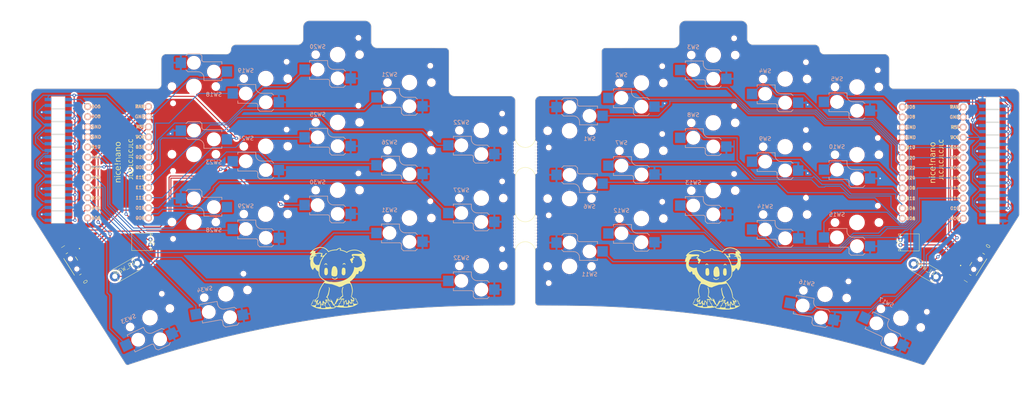
<source format=kicad_pcb>
(kicad_pcb (version 20221018) (generator pcbnew)
  (layers (0 "F.Cu" signal) (31 "B.Cu" signal) (34 "B.Paste" user) (35 "F.Paste" user) (36 "B.SilkS" user "B.Silkscreen") (37 "F.SilkS" user "F.Silkscreen") (38 "B.Mask" user) (39 "F.Mask" user) (44 "Edge.Cuts" user))
  (net 0 "")
  (net 1 "BAT+_L")
  (net 2 "GND_L")
  (net 3 "BAT+_R")
  (net 4 "GND_R")
  (net 5 "VCC_L")
  (net 6 "Net-(L1-DOUT)")
  (net 7 "LED_L")
  (net 8 "Net-(L2-DOUT)")
  (net 9 "Net-(L3-DOUT)")
  (net 10 "Net-(L4-DOUT)")
  (net 11 "Net-(L5-DOUT)")
  (net 12 "Net-(L6-DOUT)")
  (net 13 "Net-(L7-DOUT)")
  (net 14 "Net-(L8-DOUT)")
  (net 15 "Net-(L10-DIN)")
  (net 17 "VCC_R")
  (net 18 "Net-(L11-DOUT)")
  (net 19 "LED_R")
  (net 20 "Net-(L12-DOUT)")
  (net 21 "Net-(L13-DOUT)")
  (net 22 "Net-(L14-DOUT)")
  (net 23 "Net-(L15-DOUT)")
  (net 24 "Net-(L16-DOUT)")
  (net 25 "Net-(L17-DOUT)")
  (net 26 "Net-(L18-DOUT)")
  (net 27 "Net-(L19-DOUT)")
  (net 29 "BAT_SW_L")
  (net 35 "BAT_SW_R")
  (net 41 "RST_L")
  (net 42 "RST_R")
  (net 43 "SW1")
  (net 44 "SW2")
  (net 45 "SW3")
  (net 46 "SW4")
  (net 47 "SW5")
  (net 48 "SW6")
  (net 49 "SW7")
  (net 50 "SW8")
  (net 51 "SW9")
  (net 52 "SW10")
  (net 53 "SW11")
  (net 54 "SW12")
  (net 55 "SW13")
  (net 56 "SW14")
  (net 57 "SW15")
  (net 58 "SW16")
  (net 59 "SW17")
  (net 60 "SW18")
  (net 61 "SW19")
  (net 62 "SW20")
  (net 63 "SW21")
  (net 64 "SW22")
  (net 65 "SW23")
  (net 66 "SW24")
  (net 67 "SW27")
  (net 68 "SW28")
  (net 69 "SW29")
  (net 70 "SW30")
  (net 71 "SW33")
  (net 72 "SW34")
  (net 73 "SW25")
  (net 74 "SW32")
  (net 75 "SW26")
  (net 76 "SW31")
  (footprint "KoalaKeeb:mousebite_5mm" (layer "F.Cu") (at 151.6 77.49 90)
    (fp_text reference "mouse-bite-5mm-slot" hide)
    (fp_text value "VAL**" hide)
  )
  (footprint "KoalaKeeb:Koalalogo" (layer "F.Cu") (at 104.576447 89.060017)
    (fp_text reference "G***" hide)
    (fp_text value "LOGO" hide)
  )
  (footprint "KoalaKeeb:Kailh_socket_PG1350_no_front_silkscreen" (layer "F.Cu") (at 234.68788 58.17061)
    (fp_text reference "SW10")
    (fp_text value "Switch_SW_Push")
  )
  (footprint "KoalaKeeb:JLC 2Pin" (layer "F.Cu") (at 57.672447 80.060017 -90)
    (fp_text reference "J2")
    (fp_text value "JLC_Battery_Con_R")
  )
  (footprint "KoalaKeeb:Kailh_socket_PG1350_no_front_silkscreen" (layer "F.Cu") (at 140.576447 69.060017)
    (fp_text reference "SW27")
    (fp_text value "Switch_SW_Push")
  )
  (footprint "KoalaKeeb:Kailh_socket_PG1350_no_front_silkscreen" (layer "F.Cu") (at 226.68788 93.17061 -10)
    (fp_text reference "SW16")
    (fp_text value "Switch_SW_Push")
  )
  (footprint "KoalaKeeb:Kailh_socket_PG1350_no_front_silkscreen" (layer "F.Cu") (at 122.576447 40.060017)
    (fp_text reference "SW21")
    (fp_text value "Switch_SW_Push")
  )
  (footprint "KoalaKeeb:mousebite_5mm" (layer "F.Cu") (at 151.62 58.85 90)
    (fp_text reference "mouse-bite-5mm-slot" hide)
    (fp_text value "VAL**" hide)
  )
  (footprint "KoalaKeeb:TS-1136-4.3" (layer "F.Cu") (at 251.68788 87.17061 -30)
    (fp_text reference "RSW_L1")
    (fp_text value "Switch_SW_Push")
  )
  (footprint "KoalaKeeb:Kailh_socket_PG1350_no_front_silkscreen" (layer "F.Cu") (at 86.576447 56.060017)
    (fp_text reference "SW24")
    (fp_text value "Switch_SW_Push")
  )
  (footprint "KoalaKeeb:Kailh_socket_PG1350_no_front_silkscreen" (layer "F.Cu") (at 68.576447 58.060017 180)
    (fp_text reference "SW23")
    (fp_text value "Switch_SW_Push")
  )
  (footprint "KoalaKeeb:Kailh_socket_PG1350_no_front_silkscreen" (layer "F.Cu") (at 216.68788 39.17061)
    (fp_text reference "SW4")
    (fp_text value "Switch_SW_Push")
  )
  (footprint "KoalaKeeb:Kailh_socket_PG1350_no_front_silkscreen" (layer "F.Cu") (at 234.68788 75.17061)
    (fp_text reference "SW15")
    (fp_text value "Switch_SW_Push")
  )
  (footprint "KoalaKeeb:Kailh_socket_PG1350_no_front_silkscreen" (layer "F.Cu") (at 86.576447 73.060017)
    (fp_text reference "SW29")
    (fp_text value "Switch_SW_Push")
  )
  (footprint "KoalaKeeb:Kailh_socket_PG1350_no_front_silkscreen" (layer "F.Cu") (at 76.576447 93.060017 10)
    (fp_text reference "SW34")
    (fp_text value "Switch_SW_Push")
  )
  (footprint "KoalaKeeb:Kailh_socket_PG1350_no_front_silkscreen" (layer "F.Cu") (at 86.576447 39.060017)
    (fp_text reference "SW19")
    (fp_text value "Switch_SW_Push")
  )
  (footprint "KoalaKeeb:Kailh_socket_PG1350_no_front_silkscreen" (layer "F.Cu") (at 57.576447 99.060017 25)
    (fp_text reference "SW33")
    (fp_text value "Switch_SW_Push")
  )
  (footprint "KoalaKeeb:MSK12C02" (layer "F.Cu") (at 38.436447 85.560017 -57.6)
    (fp_text reference "power_switch_R1" hide)
    (fp_text value "MSK12C02" hide)
  )
  (footprint "KoalaKeeb:Kailh_socket_PG1350_no_front_silkscreen" (layer "F.Cu") (at 122.576447 57.060017)
    (fp_text reference "SW26")
    (fp_text value "Switch_SW_Push")
  )
  (footprint "KoalaKeeb:Kailh_socket_PG1350_no_front_silkscreen" (layer "F.Cu") (at 162.68788 52.17061 180)
    (fp_text reference "SW1")
    (fp_text value "Switch_SW_Push")
  )
  (footprint "KoalaKeeb:Kailh_socket_PG1350_no_front_silkscreen" (layer "F.Cu") (at 180.68788 74.17061)
    (fp_text reference "SW12")
    (fp_text value "Switch_SW_Push")
  )
  (footprint "KoalaKeeb:Kailh_socket_PG1350_no_front_silkscreen" (layer "F.Cu") (at 104.576447 67.060017)
    (fp_text reference "SW30")
    (fp_text value "Switch_SW_Push")
  )
  (footprint "KoalaKeeb:Kailh_socket_PG1350_no_front_silkscreen" (layer "F.Cu") (at 198.68788 50.17061)
    (fp_text reference "SW8")
    (fp_text value "Switch_SW_Push")
  )
  (footprint "KoalaKeeb:MSK12C02" (layer "F.Cu") (at 264.74788 85.66061 57.6)
    (fp_text reference "power_switch_L1" hide)
    (fp_text value "MSK12C02" hide)
  )
  (footprint "KoalaKeeb:Kailh_socket_PG1350_no_front_silkscreen" (layer "F.Cu") (at 245.68788 99.17061 -25)
    (fp_text reference "SW17")
    (fp_text value "Switch_SW_Push")
  )
  (footprint "KoalaKeeb:JLC 2Pin" (layer "F.Cu") (at 245.59188 80.17061 90)
    (fp_text reference "J1")
    (fp_text value "JLC_Battery_Con_L")
  )
  (footprint "KoalaKeeb:Kailh_socket_PG1350_no_front_silkscreen" (layer "F.Cu") (at 122.576447 74.060017)
    (fp_text reference "SW31")
    (fp_text value "Switch_SW_Push")
  )
  (footprint "KoalaKeeb:Kailh_socket_PG1350_no_front_silkscreen" (layer "F.Cu") (at 162.68788 69.17061 180)
    (fp_text reference "SW6")
    (fp_text value "Switch_SW_Push")
  )
  (footprint "KoalaKeeb:nice!nano_no_outline_silkscreen" (layer "F.Cu") (at 253.68788 60.17061 -90)
    (fp_text reference "U1" hide)
    (fp_text value "Nice!Nano_L" hide)
  )
  (footprint "KoalaKeeb:Kailh_socket_PG1350_no_front_silkscreen" (layer "F.Cu") (at 198.68788 67.17061)
    (fp_text reference "SW13")
    (fp_text value "Switch_SW_Push")
  )
  (footprint "KoalaKeeb:Kailh_socket_PG1350_no_front_silkscreen" (layer "F.Cu") (at 198.68788 33.17061)
    (fp_text reference "SW3")
    (fp_text value "Switch_SW_Push")
  )
  (footprint "KoalaKeeb:Kailh_socket_PG1350_no_front_silkscreen" (layer "F.Cu") (at 234.68788 41.17061)
    (fp_text reference "SW5")
    (fp_text value "Switch_SW_Push")
  )
  (footprint "KoalaKeeb:Kailh_socket_PG1350_no_front_silkscreen" (layer "F.Cu") (at 68.576447 75.060017 180)
    (fp_text reference "SW28")
    (fp_text value "Switch_SW_Push")
  )
  (footprint "KoalaKeeb:Kailh_socket_PG1350_no_front_silkscreen" (layer "F.Cu") (at 216.68788 73.17061)
    (fp_text reference "SW14")
    (fp_text value "Switch_SW_Push")
  )
  (footprint "KoalaKeeb:Kailh_socket_PG1350_no_front_silkscreen" (layer "F.Cu") (at 140.576447 86.060017)
    (fp_text reference "SW32")
    (fp_text value "Switch_SW_Push")
  )
  (footprint "KoalaKeeb:Kailh_socket_PG1350_no_front_silkscreen" (layer "F.Cu") (at 180.68788 40.17061)
    (fp_text reference "SW2")
    (fp_text value "Switch_SW_Push")
  )
  (footprint "KoalaKeeb:Kailh_socket_PG1350_no_front_silkscreen" (layer "F.Cu") (at 68.576447 41.060017 180)
    (fp_text reference "SW18")
    (fp_text value "Switch_SW_Push")
  )
  (footprint "KoalaKeeb:TS-1136-4.3" (layer "F.Cu") (at 51.576447 87.060017 30)
    (fp_text reference "RSW_R1")
    (fp_text value "Switch_SW_Push")
  )
  (footprint "KoalaKeeb:nice!nano_no_outline_silkscreen" (layer "F.Cu") (at 49.576447 60.060017 -90)
    (fp_text reference "U2" hide)
    (fp_text value "Nice!Nano_R" hide)
  )
  (footprint "KoalaKeeb:Kailh_socket_PG1350_no_front_silkscreen" (layer "F.Cu") (at 104.576447 33.060017)
    (fp_text reference "SW20")
    (fp_text value "Switch_SW_Push")
  )
  (footprint "KoalaKeeb:Kailh_socket_PG1350_no_front_silkscreen" (layer "F.Cu") (at 104.576447 50.060017)
    (fp_text reference "SW25")
    (fp_text value "Switch_SW_Push")
  )
  (footprint "KoalaKeeb:Kailh_socket_PG1350_no_front_silkscreen" (layer "F.Cu") (at 140.576447 52.060017)
    (fp_text reference "SW22")
    (fp_text value "Switch_SW_Push")
  )
  (footprint "KoalaKeeb:Kailh_socket_PG1350_no_front_silkscreen" (layer "F.Cu") (at 180.68788 57.17061)
    (fp_text reference "SW7")
    (fp_text value "Switch_SW_Push")
  )
  (footprint "KoalaKeeb:Kailh_socket_PG1350_no_front_silkscreen" (layer "F.Cu") (at 216.68788 56.17061)
    (fp_text reference "SW9")
    (fp_text value "Switch_SW_Push")
  )
  (footprint "KoalaKeeb:Koalalogo_mirrored" (layer "F.Cu") (at 198.68788 89.17061)
    (fp_text reference "G***" hide)
    (fp_text value "LOGO" hide)
  )
  (footprint "KoalaKeeb:Kailh_socket_PG1350_no_front_silkscreen" (layer "F.Cu") (at 162.68788 86.17061 180)
    (fp_text reference "SW11")
    (fp_text value "Switch_SW_Push")
  )
  (footprint "KoalaKeeb:SK6812-MINI-E_no_silkscreen_triangle" (layer "B.Cu") (at 34.576447 73.860017 180)
    (fp_text reference "L20" hide)
    (fp_text value "~" hide)
    (fp_line (start -1.7 -1.5) (end -1.7 1.5) (stroke (width 0.12)) (layer "Edge.Cuts"))
    (fp_line (start -1.7 1.5) (end 1.7 1.5) (stroke (width 0.12)) (layer "Edge.Cuts"))
    (fp_line (start 1.7 -1.5) (end -1.7 -1.5) (stroke (width 0.12)) (layer "Edge.Cuts"))
    (fp_line (start 1.7 1.5) (end 1.7 -1.5) (stroke (width 0.12)) (layer "Edge.Cuts"))
  )
  (footprint "KoalaKeeb:SK6812-MINI-E_no_silkscreen_triangle" (layer "B.Cu") (at 268.68788 51.62061 180)
    (fp_text reference "L3" hide)
    (fp_text value "~" hide)
    (fp_line (start -1.7 -1.5) (end -1.7 1.5) (stroke (width 0.12)) (layer "Edge.Cuts"))
    (fp_line (start -1.7 1.5) (end 1.7 1.5) (stroke (width 0.12)) (layer "Edge.Cuts"))
    (fp_line (start 1.7 -1.5) (end -1.7 -1.5) (stroke (width 0.12)) (layer "Edge.Cuts"))
    (fp_line (start 1.7 1.5) (end 1.7 -1.5) (stroke (width 0.12)) (layer "Edge.Cuts"))
  )
  (footprint "KoalaKeeb:SK6812-MINI-E_no_silkscreen_triangle" (layer "B.Cu") (at 34.576447 61.060017 180)
    (fp_text reference "L16" hide)
    (fp_text value "~" hide)
    (fp_line (start -1.7 -1.5) (end -1.7 1.5) (stroke (width 0.12)) (layer "Edge.Cuts"))
    (fp_line (start -1.7 1.5) (end 1.7 1.5) (stroke (width 0.12)) (layer "Edge.Cuts"))
    (fp_line (start 1.7 -1.5) (end -1.7 -1.5) (stroke (width 0.12)) (layer "Edge.Cuts"))
    (fp_line (start 1.7 1.5) (end 1.7 -1.5) (stroke (width 0.12)) (layer "Edge.Cuts"))
  )
  (footprint "KoalaKeeb:SK6812-MINI-E_no_silkscreen_triangle" (layer "B.Cu") (at 34.576447 57.860017)
    (fp_text reference "L15" hide)
    (fp_text value "~" hide)
    (fp_line (start -1.7 -1.5) (end -1.7 1.5) (stroke (width 0.12)) (layer "Edge.Cuts"))
    (fp_line (start -1.7 1.5) (end 1.7 1.5) (stroke (width 0.12)) (layer "Edge.Cuts"))
    (fp_line (start 1.7 -1.5) (end -1.7 -1.5) (stroke (width 0.12)) (layer "Edge.Cuts"))
    (fp_line (start 1.7 1.5) (end 1.7 -1.5) (stroke (width 0.12)) (layer "Edge.Cuts"))
  )
  (footprint "KoalaKeeb:SK6812-MINI-E_no_silkscreen_triangle" (layer "B.Cu") (at 268.68788 70.82061 180)
    (fp_text reference "L9" hide)
    (fp_text value "~" hide)
    (fp_line (start -1.7 -1.5) (end -1.7 1.5) (stroke (width 0.12)) (layer "Edge.Cuts"))
    (fp_line (start -1.7 1.5) (end 1.7 1.5) (stroke (width 0.12)) (layer "Edge.Cuts"))
    (fp_line (start 1.7 -1.5) (end -1.7 -1.5) (stroke (width 0.12)) (layer "Edge.Cuts"))
    (fp_line (start 1.7 1.5) (end 1.7 -1.5) (stroke (width 0.12)) (layer "Edge.Cuts"))
  )
  (footprint "KoalaKeeb:SK6812-MINI-E_no_silkscreen_triangle" (layer "B.Cu") (at 268.68788 45.22061 180)
    (fp_text reference "L1" hide)
    (fp_text value "~" hide)
    (fp_line (start -1.7 -1.5) (end -1.7 1.5) (stroke (width 0.12)) (layer "Edge.Cuts"))
    (fp_line (start -1.7 1.5) (end 1.7 1.5) (stroke (width 0.12)) (layer "Edge.Cuts"))
    (fp_line (start 1.7 -1.5) (end -1.7 -1.5) (stroke (width 0.12)) (layer "Edge.Cuts"))
    (fp_line (start 1.7 1.5) (end 1.7 -1.5) (stroke (width 0.12)) (layer "Edge.Cuts"))
  )
  (footprint "KoalaKeeb:SK6812-MINI-E_no_silkscreen_triangle" (layer "B.Cu") (at 268.68788 58.02061 180)
    (fp_text reference "L5" hide)
    (fp_text value "~" hide)
    (fp_line (start -1.7 -1.5) (end -1.7 1.5) (stroke (width 0.12)) (layer "Edge.Cuts"))
    (fp_line (start -1.7 1.5) (end 1.7 1.5) (stroke (width 0.12)) (layer "Edge.Cuts"))
    (fp_line (start 1.7 -1.5) (end -1.7 -1.5) (stroke (width 0.12)) (layer "Edge.Cuts"))
    (fp_line (start 1.7 1.5) (end 1.7 -1.5) (stroke (width 0.12)) (layer "Edge.Cuts"))
  )
  (footprint "KoalaKeeb:SK6812-MINI-E_no_silkscreen_triangle" (layer "B.Cu") (at 34.576447 48.260017 180)
    (fp_text reference "L12" hide)
    (fp_text value "~" hide)
    (fp_line (start -1.7 -1.5) (end -1.7 1.5) (stroke (width 0.12)) (layer "Edge.Cuts"))
    (fp_line (start -1.7 1.5) (end 1.7 1.5) (stroke (width 0.12)) (layer "Edge.Cuts"))
    (fp_line (start 1.7 -1.5) (end -1.7 -1.5) (stroke (width 0.12)) (layer "Edge.Cuts"))
    (fp_line (start 1.7 1.5) (end 1.7 -1.5) (stroke (width 0.12)) (layer "Edge.Cuts"))
  )
  (footprint "KoalaKeeb:SK6812-MINI-E_no_silkscreen_triangle" (layer "B.Cu") (at 34.576447 45.060017)
    (fp_text reference "L11" hide)
    (fp_text value "~" hide)
    (fp_line (start -1.7 -1.5) (end -1.7 1.5) (stroke (width 0.12)) (layer "Edge.Cuts"))
    (fp_line (start -1.7 1.5) (end 1.7 1.5) (stroke (width 0.12)) (layer "Edge.Cuts"))
    (fp_line (start 1.7 -1.5) (end -1.7 -1.5) (stroke (width 0.12)) (layer "Edge.Cuts"))
    (fp_line (start 1.7 1.5) (end 1.7 -1.5) (stroke (width 0.12)) (layer "Edge.Cuts"))
  )
  (footprint "KoalaKeeb:SK6812-MINI-E_no_silkscreen_triangle" (layer "B.Cu") (at 268.68788 64.42061 180)
    (fp_text reference "L7" hide)
    (fp_text value "~" hide)
    (fp_line (start -1.7 -1.5) (end -1.7 1.5) (stroke (width 0.12)) (layer "Edge.Cuts"))
    (fp_line (start -1.7 1.5) (end 1.7 1.5) (stroke (width 0.12)) (layer "Edge.Cuts"))
    (fp_line (start 1.7 -1.5) (end -1.7 -1.5) (stroke (width 0.12)) (layer "Edge.Cuts"))
    (fp_line (start 1.7 1.5) (end 1.7 -1.5) (stroke (width 0.12)) (layer "Edge.Cuts"))
  )
  (footprint "KoalaKeeb:SK6812-MINI-E_no_silkscreen_triangle" (layer "B.Cu") (at 34.576447 70.660017)
    (fp_text reference "L19" hide)
    (fp_text value "~" hide)
    (fp_line (start -1.7 -1.5) (end -1.7 1.5) (stroke (width 0.12)) (layer "Edge.Cuts"))
    (fp_line (start -1.7 1.5) (end 1.7 1.5) (stroke (width 0.12)) (layer "Edge.Cuts"))
    (fp_line (start 1.7 -1.5) (end -1.7 -1.5) (stroke (width 0.12)) (layer "Edge.Cuts"))
    (fp_line (start 1.7 1.5) (end 1.7 -1.5) (stroke (width 0.12)) (layer "Edge.Cuts"))
  )
  (footprint "KoalaKeeb:SK6812-MINI-E_no_silkscreen_triangle" (layer "B.Cu") (at 34.576447 67.460017 180)
    (fp_text reference "L18" hide)
    (fp_text value "~" hide)
    (fp_line (start -1.7 -1.5) (end -1.7 1.5) (stroke (width 0.12)) (layer "Edge.Cuts"))
    (fp_line (start -1.7 1.5) (end 1.7 1.5) (stroke (width 0.12)) (layer "Edge.Cuts"))
    (fp_line (start 1.7 -1.5) (end -1.7 -1.5) (stroke (width 0.12)) (layer "Edge.Cuts"))
    (fp_line (start 1.7 1.5) (end 1.7 -1.5) (stroke (width 0.12)) (layer "Edge.Cuts"))
  )
  (footprint "KoalaKeeb:SK6812-MINI-E_no_silkscreen_triangle" (layer "B.Cu") (at 34.576447 51.460017)
    (fp_text reference "L13" hide)
    (fp_text value "~" hide)
    (fp_line (start -1.7 -1.5) (end -1.7 1.5) (stroke (width 0.12)) (layer "Edge.Cuts"))
    (fp_line (start -1.7 1.5) (end 1.7 1.5) (stroke (width 0.12)) (layer "Edge.Cuts"))
    (fp_line (start 1.7 -1.5) (end -1.7 -1.5) (stroke (width 0.12)) (layer "Edge.Cuts"))
    (fp_line (start 1.7 1.5) (end 1.7 -1.5) (stroke (width 0.12)) (layer "Edge.Cuts"))
  )
  (footprint "KoalaKeeb:SK6812-MINI-E_no_silkscreen_triangle" (layer "B.Cu") (at 268.68788 61.22061)
    (fp_text reference "L6" hide)
    (fp_text value "~" hide)
    (fp_line (start -1.7 -1.5) (end -1.7 1.5) (stroke (width 0.12)) (layer "Edge.Cuts"))
    (fp_line (start -1.7 1.5) (end 1.7 1.5) (stroke (width 0.12)) (layer "Edge.Cuts"))
    (fp_line (start 1.7 -1.5) (end -1.7 -1.5) (stroke (width 0.12)) (layer "Edge.Cuts"))
    (fp_line (start 1.7 1.5) (end 1.7 -1.5) (stroke (width 0.12)) (layer "Edge.Cuts"))
  )
  (footprint "KoalaKeeb:SK6812-MINI-E_no_silkscreen_triangle" (layer "B.Cu") (at 34.576447 54.660017 180)
    (fp_text reference "L14" hide)
    (fp_text value "~" hide)
    (fp_line (start -1.7 -1.5) (end -1.7 1.5) (stroke (width 0.12)) (layer "Edge.Cuts"))
    (fp_line (start -1.7 1.5) (end 1.7 1.5) (stroke (width 0.12)) (layer "Edge.Cuts"))
    (fp_line (start 1.7 -1.5) (end -1.7 -1.5) (stroke (width 0.12)) (layer "Edge.Cuts"))
    (fp_line (start 1.7 1.5) (end 1.7 -1.5) (stroke (width 0.12)) (layer "Edge.Cuts"))
  )
  (footprint "KoalaKeeb:SK6812-MINI-E_no_silkscreen_triangle" (layer "B.Cu") (at 34.576447 64.260017)
    (fp_text reference "L17" hide)
    (fp_text value "~" hide)
    (fp_line (start -1.7 -1.5) (end -1.7 1.5) (stroke (width 0.12)) (layer "Edge.Cuts"))
    (fp_line (start -1.7 1.5) (end 1.7 1.5) (stroke (width 0.12)) (layer "Edge.Cuts"))
    (fp_line (start 1.7 -1.5) (end -1.7 -1.5) (stroke (width 0.12)) (layer "Edge.Cuts"))
    (fp_line (start 1.7 1.5) (end 1.7 -1.5) (stroke (width 0.12)) (layer "Edge.Cuts"))
  )
  (footprint "KoalaKeeb:SK6812-MINI-E_no_silkscreen_triangle" (layer "B.Cu") (at 268.68788 48.42061)
    (fp_text reference "L2" hide)
    (fp_text value "~" hide)
    (fp_line (start -1.7 -1.5) (end -1.7 1.5) (stroke (width 0.12)) (layer "Edge.Cuts"))
    (fp_line (start -1.7 1.5) (end 1.7 1.5) (stroke (width 0.12)) (layer "Edge.Cuts"))
    (fp_line (start 1.7 -1.5) (end -1.7 -1.5) (stroke (width 0.12)) (layer "Edge.Cuts"))
    (fp_line (start 1.7 1.5) (end 1.7 -1.5) (stroke (width 0.12)) (layer "Edge.Cuts"))
  )
  (footprint "KoalaKeeb:SK6812-MINI-E_no_silkscreen_triangle" (layer "B.Cu") (at 268.68788 54.82061)
    (fp_text reference "L4" hide)
    (fp_text value "~" hide)
    (fp_line (start -1.7 -1.5) (end -1.7 1.5) (stroke (width 0.12)) (layer "Edge.Cuts"))
    (fp_line (start -1.7 1.5) (end 1.7 1.5) (stroke (width 0.12)) (layer "Edge.Cuts"))
    (fp_line (start 1.7 -1.5) (end -1.7 -1.5) (stroke (width 0.12)) (layer "Edge.Cuts"))
    (fp_line (start 1.7 1.5) (end 1.7 -1.5) (stroke (width 0.12)) (layer "Edge.Cuts"))
  )
  (footprint "KoalaKeeb:SK6812-MINI-E_no_silkscreen_triangle" (layer "B.Cu") (at 268.68788 67.62061)
    (fp_text reference "L8" hide)
    (fp_text value "~" hide)
    (fp_line (start -1.7 -1.5) (end -1.7 1.5) (stroke (width 0.12)) (layer "Edge.Cuts"))
    (fp_line (start -1.7 1.5) (end 1.7 1.5) (stroke (width 0.12)) (layer "Edge.Cuts"))
    (fp_line (start 1.7 -1.5) (end -1.7 -1.5) (stroke (width 0.12)) (layer "Edge.Cuts"))
    (fp_line (start 1.7 1.5) (end 1.7 -1.5) (stroke (width 0.12)) (layer "Edge.Cuts"))
  )
  (footprint "KoalaKeeb:SK6812-MINI-E_no_silkscreen_triangle" (layer "B.Cu") (at 268.68788 74.02061)
    (fp_text reference "L10" hide)
    (fp_text value "~" hide)
    (fp_line (start -1.7 -1.5) (end -1.7 1.5) (stroke (width 0.12)) (layer "Edge.Cuts"))
    (fp_line (start -1.7 1.5) (end 1.7 1.5) (stroke (width 0.12)) (layer "Edge.Cuts"))
    (fp_line (start 1.7 -1.5) (end -1.7 -1.5) (stroke (width 0.12)) (layer "Edge.Cuts"))
    (fp_line (start 1.7 1.5) (end 1.7 -1.5) (stroke (width 0.12)) (layer "Edge.Cuts"))
  )
  (gr_line (start 169.35788 43.450646) (end 167.49788 43.47061) (stroke (width 0.1)) (layer "Edge.Cuts"))
  (gr_arc (start 205.70788 24.59061) (mid 206.768548 25.029942) (end 207.20788 26.09061) (stroke (width 0.1)) (layer "Edge.Cuts"))
  (gr_arc (start 114.490417 31.38962) (mid 113.429775 30.95027) (end 112.990417 29.88962) (stroke (width 0.1)) (layer "Edge.Cuts"))
  (gr_line (start 149.090417 54.88962) (end 149.090417 62.08962) (stroke (width 0.1)) (layer "Edge.Cuts"))
  (gr_line (start 275.37185 43.111007) (end 275.35185 73.071007) (stroke (width 0.1)) (layer "Edge.Cuts"))
  (gr_line (start 155.307867 43.486446) (end 167.49788 43.47061) (stroke (width 0.1)) (layer "Edge.Cuts"))
  (gr_line (start 147.89043 43.485456) (end 135.700417 43.46962) (stroke (width 0.1)) (layer "Edge.Cuts"))
  (gr_arc (start 275.35185 73.071007) (mid 275.27856 73.420518) (end 275.124505 73.742693) (stroke (width 0.1)) (layer "Edge.Cuts"))
  (gr_arc (start 28.073792 73.741703) (mid 27.919737 73.419528) (end 27.846447 73.070017) (stroke (width 0.1)) (layer "Edge.Cuts"))
  (gr_line (start 190.20788 29.89061) (end 190.20788 26.09061) (stroke (width 0.1)) (layer "Edge.Cuts"))
  (gr_arc (start 133.840417 43.449656) (mid 132.868144 43.048972) (end 132.460417 42.07962) (stroke (width 0.1)) (layer "Edge.Cuts"))
  (gr_arc (start 208.66854 30.591869) (mid 207.656499 30.184893) (end 207.20788 29.19061) (stroke (width 0.1)) (layer "Edge.Cuts"))
  (gr_line (start 143.590417 96.016021) (end 148.290417 95.98962) (stroke (width 0.1)) (layer "Edge.Cuts"))
  (gr_arc (start 190.20788 26.09061) (mid 190.647204 25.029932) (end 191.70788 24.59061) (stroke (width 0.1)) (layer "Edge.Cuts"))
  (gr_line (start 226.559349 32.987512) (end 241.556411 32.93792) (stroke (width 0.1)) (layer "Edge.Cuts"))
  (gr_arc (start 154.90788 95.99061) (mid 154.314708 95.727414) (end 154.11185 95.111007) (stroke (width 0.1)) (layer "Edge.Cuts"))
  (gr_line (start 27.826447 43.110017) (end 27.846447 73.070017) (stroke (width 0.1)) (layer "Edge.Cuts"))
  (gr_arc (start 27.826447 43.110017) (mid 28.259929 42.063499) (end 29.306447 41.630017) (stroke (width 0.1)) (layer "Edge.Cuts"))
  (gr_arc (start 241.556411 32.93792) (mid 242.407858 33.290632) (end 242.76057 34.142079) (stroke (width 0.1)) (layer "Edge.Cuts"))
  (gr_arc (start 95.990417 29.18962) (mid 95.541803 30.183898) (end 94.529757 30.590879) (stroke (width 0.1)) (layer "Edge.Cuts"))
  (gr_arc (start 131.570417 31.399621) (mid 132.200396 31.66672) (end 132.460472 32.29962) (stroke (width 0.1)) (layer "Edge.Cuts"))
  (gr_line (start 133.840417 43.449656) (end 135.700417 43.46962) (stroke (width 0.1)) (layer "Edge.Cuts"))
  (gr_line (start 76.638948 32.986522) (end 61.641886 32.93693) (stroke (width 0.1)) (layer "Edge.Cuts"))
  (gr_arc (start 60.436447 40.510017) (mid 60.101966 41.302607) (end 59.306447 41.630061) (stroke (width 0.1)) (layer "Edge.Cuts"))
  (gr_line (start 59.306447 41.630061) (end 29.306447 41.630017) (stroke (width 0.1)) (layer "Edge.Cuts"))
  (gr_arc (start 149.086447 95.110017) (mid 148.883577 95.726412) (end 148.290417 95.98962) (stroke (width 0.1)) (layer "Edge.Cuts"))
  (gr_arc (start 273.89185 41.631007) (mid 274.938368 42.064489) (end 275.37185 43.111007) (stroke (width 0.1)) (layer "Edge.Cuts"))
  (gr_line (start 242.76057 34.142079) (end 242.76185 40.511007) (stroke (width 0.1)) (layer "Edge.Cuts"))
  (gr_arc (start 52.387345 110.780405) (mid 51.886025 110.897761) (end 51.450512 110.623129) (stroke (width 0.1)) (layer "Edge.Cuts"))
  (gr_arc (start 159.60788 96.017011) (mid 205.803084 99.731978) (end 250.810952 110.781395) (stroke (width 0.1)) (layer "Edge.Cuts"))
  (gr_arc (start 190.20788 29.89061) (mid 189.768525 30.951253) (end 188.70788 31.39061) (stroke (width 0.1)) (layer "Edge.Cuts"))
  (gr_arc (start 60.437727 34.141089) (mid 60.790429 33.289652) (end 61.641886 32.93693) (stroke (width 0.1)) (layer "Edge.Cuts"))
  (gr_arc (start 170.73788 42.08061) (mid 170.330166 43.049986) (end 169.35788 43.450646) (stroke (width 0.1)) (layer "Edge.Cuts"))
  (gr_line (start 170.737825 32.30061) (end 170.73788 42.08061) (stroke (width 0.1)) (layer "Edge.Cuts"))
  (gr_arc (start 147.89043 43.485456) (mid 148.741846 43.838175) (end 149.094568 44.689615) (stroke (width 0.1)) (layer "Edge.Cuts"))
  (gr_line (start 112.990417 29.88962) (end 112.990417 26.08962) (stroke (width 0.1)) (layer "Edge.Cuts"))
  (gr_arc (start 226.559349 32.987512) (mid 225.695 32.639892) (end 225.312039 31.79061) (stroke (width 0.1)) (layer "Edge.Cuts"))
  (gr_line (start 208.66854 30.591869) (end 224.10788 30.59061) (stroke (width 0.1)) (layer "Edge.Cuts"))
  (gr_line (start 149.086447 95.110017) (end 149.090417 62.08962) (stroke (width 0.1)) (layer "Edge.Cuts"))
  (gr_line (start 28.076447 73.740017) (end 51.450512 110.623129) (stroke (width 0.1)) (layer "Edge.Cuts"))
  (gr_line (start 154.10788 54.89061) (end 154.10788 62.09061) (stroke (width 0.1)) (layer "Edge.Cuts"))
  (gr_arc (start 77.886258 31.78962) (mid 77.503287 32.638911) (end 76.638948 32.986522) (stroke (width 0.1)) (layer "Edge.Cuts"))
  (gr_arc (start 52.387345 110.780405) (mid 97.395213 99.730988) (end 143.590417 96.016021) (stroke (width 0.1)) (layer "Edge.Cuts"))
  (gr_line (start 275.12185 73.741007) (end 251.747785 110.624119) (stroke (width 0.1)) (layer "Edge.Cuts"))
  (gr_line (start 154.11185 95.111007) (end 154.10788 62.09061) (stroke (width 0.1)) (layer "Edge.Cuts"))
  (gr_arc (start 154.103729 44.690605) (mid 154.456432 43.839157) (end 155.307867 43.486446) (stroke (width 0.1)) (layer "Edge.Cuts"))
  (gr_arc (start 111.490417 24.58962) (mid 112.551096 25.028949) (end 112.990417 26.08962) (stroke (width 0.1)) (layer "Edge.Cuts"))
  (gr_line (start 94.529757 30.590879) (end 79.090417 30.58962) (stroke (width 0.1)) (layer "Edge.Cuts"))
  (gr_line (start 159.60788 96.017011) (end 154.90788 95.99061) (stroke (width 0.1)) (layer "Edge.Cuts"))
  (gr_line (start 191.70788 24.59061) (end 205.70788 24.59061) (stroke (width 0.1)) (layer "Edge.Cuts"))
  (gr_line (start 111.490417 24.58962) (end 97.490417 24.58962) (stroke (width 0.1)) (layer "Edge.Cuts"))
  (gr_line (start 131.570417 31.39962) (end 114.490417 31.38962) (stroke (width 0.1)) (layer "Edge.Cuts"))
  (gr_arc (start 77.886258 31.78962) (mid 78.238951 30.938174) (end 79.090417 30.585461) (stroke (width 0.1)) (layer "Edge.Cuts"))
  (gr_line (start 154.103729 44.690605) (end 154.10788 54.89061) (stroke (width 0.1)) (layer "Edge.Cuts"))
  (gr_arc (start 95.990417 26.08962) (mid 96.429754 25.028947) (end 97.490417 24.58962) (stroke (width 0.1)) (layer "Edge.Cuts"))
  (gr_line (start 60.437727 34.141089) (end 60.436447 40.510017) (stroke (width 0.1)) (layer "Edge.Cuts"))
  (gr_line (start 95.990417 26.08962) (end 95.990417 29.18962) (stroke (width 0.1)) (layer "Edge.Cuts"))
  (gr_arc (start 251.747785 110.624119) (mid 251.312272 110.898751) (end 250.810952 110.781395) (stroke (width 0.1)) (layer "Edge.Cuts"))
  (gr_arc (start 224.10788 30.586451) (mid 224.959336 30.939154) (end 225.312039 31.79061) (stroke (width 0.1)) (layer "Edge.Cuts"))
  (gr_line (start 243.89185 41.631051) (end 273.89185 41.631007) (stroke (width 0.1)) (layer "Edge.Cuts"))
  (gr_line (start 207.20788 26.09061) (end 207.20788 29.19061) (stroke (width 0.1)) (layer "Edge.Cuts"))
  (gr_arc (start 243.89185 41.631051) (mid 243.096331 41.303597) (end 242.76185 40.511007) (stroke (width 0.1)) (layer "Edge.Cuts"))
  (gr_line (start 171.62788 31.40061) (end 188.70788 31.39061) (stroke (width 0.1)) (layer "Edge.Cuts"))
  (gr_line (start 149.094568 44.689615) (end 149.090417 54.88962) (stroke (width 0.1)) (layer "Edge.Cuts"))
  (gr_line (start 132.460472 32.29962) (end 132.460417 42.07962) (stroke (width 0.1)) (layer "Edge.Cuts"))
  (gr_arc (start 170.737825 32.30061) (mid 170.997914 31.667733) (end 171.62788 31.400611) (stroke (width 0.1)) (layer "Edge.Cuts"))
  (gr_text "JLCJLCJLCJLC" (at 256.42 64.68 90) (layer "F.SilkS") (effects (font (size 1 1)) (justify left bottom)))
  (gr_text "JLCJLCJLCJLC" (at 53.376447 64.560017 90) (layer "F.SilkS") (effects (font (size 1 1)) (justify left bottom)))
  (segment (start 256.506805 80.79561) (end 256.506805 81.09561) (width 0.25) (layer "F.Cu") (net 1))
  (segment (start 256.506805 81.09561) (end 261.980263 86.569068) (width 0.25) (layer "F.Cu") (net 1))
  (segment (start 256.506805 80.79561) (end 245.59188 80.79561) (width 0.25) (layer "F.Cu") (net 1))
  (via (at 264.79788 50.85061) (size 0.8) (drill 0.4) (layers "F.Cu" "B.Cu") (net 2))
  (via (at 222.33788 62.80061) (size 0.8) (drill 0.4) (layers "F.Cu" "B.Cu") (net 2))
  (via (at 240.49788 64.11061) (size 0.8) (drill 0.4) (layers "F.Cu" "B.Cu") (net 2))
  (via (at 186.50788 45.30061) (size 0.8) (drill 0.4) (layers "F.Cu" "B.Cu") (net 2))
  (via (at 264.79788 70.07061) (size 0.8) (drill 0.4) (layers "F.Cu" "B.Cu") (net 2))
  (via (at 264.81788 63.68061) (size 0.8) (drill 0.4) (layers "F.Cu" "B.Cu") (net 2))
  (via (at 264.73788 44.23061) (size 0.8) (drill 0.4) (layers "F.Cu" "B.Cu") (net 2))
  (via (at 222.32788 45.63061) (size 0.8) (drill 0.4) (layers "F.Cu" "B.Cu") (net 2))
  (via (at 264.79788 57.27061) (size 0.8) (drill 0.4) (layers "F.Cu" "B.Cu") (net 2))
  (segment (start 264.86788 50.87061) (end 264.88788 50.87061) (width 0.25) (layer "B.Cu") (net 2))
  (segment (start 264.95788 63.67061) (end 264.96788 63.67061) (width 0.25) (layer "B.Cu") (net 2))
  (segment (start 266.13788 44.47061) (end 264.73788 44.23061) (width 0.25) (layer "B.Cu") (net 2))
  (segment (start 264.97788 63.67061) (end 264.81788 63.68061) (width 0.25) (layer "B.Cu") (net 2))
  (segment (start 266.13788 50.87061) (end 264.90788 50.87061) (width 0.25) (layer "B.Cu") (net 2))
  (segment (start 264.81788 63.68061) (end 264.95788 63.67061) (width 0.25) (layer "B.Cu") (net 2))
  (segment (start 264.90788 50.87061) (end 264.79788 50.85061) (width 0.25) (layer "B.Cu") (net 2))
  (segment (start 266.13788 57.27061) (end 264.79788 57.27061) (width 0.25) (layer "B.Cu") (net 2))
  (segment (start 264.79788 50.85061) (end 264.86788 50.87061) (width 0.25) (layer "B.Cu") (net 2))
  (segment (start 266.13788 63.67061) (end 264.97788 63.67061) (width 0.25) (layer "B.Cu") (net 2))
  (segment (start 266.13788 70.07061) (end 264.79788 70.07061) (width 0.25) (layer "B.Cu") (net 2))
  (segment (start 45.937843 77.335017) (end 40.60386 82.669) (width 0.25) (layer "F.Cu") (net 3))
  (segment (start 45.937843 77.335017) (end 54.851447 77.335017) (width 0.25) (layer "F.Cu") (net 3))
  (segment (start 56.951447 79.435017) (end 57.672447 79.435017) (width 0.25) (layer "F.Cu") (net 3))
  (segment (start 54.851447 77.335017) (end 56.951447 79.435017) (width 0.25) (layer "F.Cu") (net 3))
  (segment (start 40.60386 82.669) (end 38.792843 82.669) (width 0.25) (layer "F.Cu") (net 3))
  (segment (start 58.466447 48.630017) (end 57.196447 48.630017) (width 0.25) (layer "F.Cu") (net 4))
  (segment (start 62.716447 52.880017) (end 58.466447 48.630017) (width 0.25) (layer "F.Cu") (net 4))
  (via (at 62.716447 52.880017) (size 0.8) (drill 0.4) (layers "F.Cu" "B.Cu") (net 4))
  (via (at 30.376447 53.910017) (size 0.8) (drill 0.4) (layers "F.Cu" "B.Cu") (net 4))
  (via (at 30.396447 66.690017) (size 0.8) (drill 0.4) (layers "F.Cu" "B.Cu") (net 4))
  (via (at 30.446447 47.500017) (size 0.8) (drill 0.4) (layers "F.Cu" "B.Cu") (net 4))
  (via (at 30.456447 73.120017) (size 0.8) (drill 0.4) (layers "F.Cu" "B.Cu") (net 4))
  (via (at 30.376447 60.310017) (size 0.8) (drill 0.4) (layers "F.Cu" "B.Cu") (net 4))
  (segment (start 30.376447 53.910017) (end 30.706447 53.900017) (width 0.25) (layer "B.Cu") (net 4))
  (segment (start 30.716447 53.910017) (end 30.376447 53.910017) (width 0.25) (layer "B.Cu") (net 4))
  (segment (start 30.706447 47.510017) (end 30.716447 47.510017) (width 0.25) (layer "B.Cu") (net 4))
  (segment (start 30.846447 73.110017) (end 30.456447 73.120017) (width 0.25) (layer "B.Cu") (net 4))
  (segment (start 30.396447 66.690017) (end 30.746447 66.700017) (width 0.25) (layer "B.Cu") (net 4))
  (segment (start 30.446447 47.500017) (end 30.706447 47.510017) (width 0.25) (layer "B.Cu") (net 4))
  (segment (start 30.376447 60.310017) (end 30.696447 60.310017) (width 0.25) (layer "B.Cu") (net 4))
  (segment (start 32.026447 60.310017) (end 30.376447 60.310017) (width 0.25) (layer "B.Cu") (net 4))
  (segment (start 30.456447 73.120017) (end 30.826447 73.110017) (width 0.25) (layer "B.Cu") (net 4))
  (segment (start 32.026447 73.110017) (end 30.846447 73.110017) (width 0.25) (layer "B.Cu") (net 4))
  (segment (start 32.026447 66.710017) (end 30.756447 66.710017) (width 0.25) (layer "B.Cu") (net 4))
  (segment (start 32.026447 47.510017) (end 30.726447 47.510017) (width 0.25) (layer "B.Cu") (net 4))
  (segment (start 30.826447 73.110017) (end 30.836447 73.110017) (width 0.25) (layer "B.Cu") (net 4))
  (segment (start 30.756447 66.710017) (end 30.396447 66.690017) (width 0.25) (layer "B.Cu") (net 4))
  (segment (start 32.026447 53.910017) (end 30.716447 53.910017) (width 0.25) (layer "B.Cu") (net 4))
  (segment (start 30.726447 47.510017) (end 30.446447 47.500017) (width 0.25) (layer "B.Cu") (net 4))
  (segment (start 272.57788 58.75061) (end 272.60788 58.78061) (width 0.25) (layer "F.Cu") (net 5))
  (segment (start 272.59788 65.18061) (end 272.58788 65.19061) (width 0.25) (layer "F.Cu") (net 5))
  (segment (start 270.349657 43.50561) (end 264.43288 43.50561) (width 0.25) (layer "F.Cu") (net 5))
  (segment (start 272.58788 65.19061) (end 272.58788 71.57061) (width 0.25) (layer "F.Cu") (net 5))
  (segment (start 263.65788 44.28061) (end 263.65788 49.50061) (width 0.25) (layer "F.Cu") (net 5))
  (segment (start 272.59788 58.79061) (end 272.60788 58.78061) (width 0.25) (layer "F.Cu") (net 5))
  (segment (start 272.59788 65.18061) (end 272.59788 58.79061) (width 0.25) (layer "F.Cu") (net 5))
  (segment (start 264.43288 43.50561) (end 263.65788 44.28061) (width 0.25) (layer "F.Cu") (net 5))
  (segment (start 272.57788 52.37061) (end 272.57788 58.75061) (width 0.25) (layer "F.Cu") (net 5))
  (segment (start 272.57788 45.97061) (end 272.57788 45.733833) (width 0.25) (layer "F.Cu") (net 5))
  (segment (start 272.57788 45.733833) (end 270.349657 43.50561) (width 0.25) (layer "F.Cu") (net 5))
  (segment (start 272.57788 45.97061) (end 272.57788 52.37061) (width 0.25) (layer "F.Cu") (net 5))
  (via (at 272.57788 52.37061) (size 0.8) (drill 0.4) (layers "F.Cu" "B.Cu") (net 5))
  (via (at 263.65788 49.50061) (size 0.8) (drill 0.4) (layers "F.Cu" "B.Cu") (net 5))
  (via (at 272.60788 58.78061) (size 0.8) (drill 0.4) (layers "F.Cu" "B.Cu") (net 5))
  (via (at 272.57788 45.97061) (size 0.8) (drill 0.4) (layers "F.Cu" "B.Cu") (net 5))
  (via (at 272.58788 71.57061) (size 0.8) (drill 0.4) (layers "F.Cu" "B.Cu") (net 5))
  (via (at 272.59788 65.18061) (size 0.8) (drill 0.4) (layers "F.Cu" "B.Cu") (net 5))
  (segment (start 263.62288 56.17561) (end 265.72788 54.07061) (width 0.25) (layer "B.Cu") (net 5))
  (segment (start 263.65788 49.50061) (end 263.65788 49.49061) (width 0.25) (layer "B.Cu") (net 5))
  (segment (start 271.23788 58.77061) (end 272.48788 58.77061) (width 0.25) (layer "B.Cu") (net 5))
  (segment (start 263.62288 70.792006) (end 263.62288 68.97561) (width 0.25) (layer "B.Cu") (net 5))
  (segment (start 263.64288 62.55561) (end 265.72788 60.47061) (width 0.25) (layer "B.Cu") (net 5))
  (segment (start 272.47788 65.17061) (end 272.59788 65.18061) (width 0.25) (layer "B.Cu") (net 5))
  (segment (start 272.48788 58.77061) (end 272.60788 58.78061) (width 0.25) (layer "B.Cu") (net 5))
  (segment (start 263.62288 57.992006) (end 263.62288 56.17561) (width 0.25) (layer "B.Cu") (net 5))
  (segment (start 266.13788 66.87061) (end 265.69788 66.87061) (width 0.25) (layer "B.Cu") (net 5))
  (segment (start 265.136484 59.50561) (end 263.62288 57.992006) (width 0.25) (layer "B.Cu") (net 5))
  (segment (start 271.23788 45.97061) (end 272.57788 45.97061) (width 0.25) (layer "B.Cu") (net 5))
  (segment (start 263.65788 49.49061) (end 265.47788 47.67061) (width 0.25) (layer "B.Cu") (net 5))
  (segment (start 266.13788 59.81061) (end 265.83288 59.50561) (width 0.25) (layer "B.Cu") (net 5))
  (segment (start 265.72788 66.87061) (end 266.13788 66.87061) (width 0.25) (layer "B.Cu") (net 5))
  (segment (start 271.23788 65.17061) (end 272.47788 65.17061) (width 0.25) (layer "B.Cu") (net 5))
  (segment (start 272.59788 65.18061) (end 272.49788 65.17061) (width 0.25) (layer "B.Cu") (net 5))
  (segment (start 266.101484 73.27061) (end 263.62288 70.792006) (width 0.25) (layer "B.Cu") (net 5))
  (segment (start 272.50788 58.77061) (end 272.49788 58.77061) (width 0.25) (layer "B.Cu") (net 5))
  (segment (start 265.72788 60.47061) (end 266.13788 60.47061) (width 0.25) (layer "B.Cu") (net 5))
  (segment (start 272.49788 65.17061) (end 272.48788 65.17061) (width 0.25) (layer "B.Cu") (net 5))
  (segment (start 265.47788 47.67061) (end 266.13788 47.67061) (width 0.25) (layer "B.Cu") (net 5))
  (segment (start 263.64788 49.50061) (end 263.65788 49.50061) (width 0.25) (layer "B.Cu") (net 5))
  (segment (start 271.23788 52.37061) (end 272.57788 52.37061) (width 0.25) (layer "B.Cu") (net 5))
  (segment (start 266.13788 60.47061) (end 266.13788 59.81061) (width 0.25) (layer "B.Cu") (net 5))
  (segment (start 272.60788 58.78061) (end 272.50788 58.77061) (width 0.25) (layer "B.Cu") (net 5))
  (segment (start 265.88788 53.82061) (end 266.13788 54.07061) (width 0.25) (layer "B.Cu") (net 5))
  (segment (start 263.61788 51.99061) (end 263.61788 49.53061) (width 0.25) (layer "B.Cu") (net 5))
  (segment (start 261.30788 53.82061) (end 265.88788 53.82061) (width 0.25) (layer "B.Cu") (net 5))
  (segment (start 266.13788 54.07061) (end 265.69788 54.07061) (width 0.25) (layer "B.Cu") (net 5))
  (segment (start 263.61788 49.53061) (end 263.64788 49.50061) (width 0.25) (layer "B.Cu") (net 5))
  (segment (start 266.13788 73.27061) (end 266.101484 73.27061) (width 0.25) (layer "B.Cu") (net 5))
  (segment (start 265.69788 66.87061) (end 263.64288 64.81561) (width 0.25) (layer "B.Cu") (net 5))
  (segment (start 265.69788 54.07061) (end 263.61788 51.99061) (width 0.25) (layer "B.Cu") (net 5))
  (segment (start 263.62288 68.97561) (end 265.72788 66.87061) (width 0.25) (layer "B.Cu") (net 5))
  (segment (start 271.23788 71.57061) (end 272.58788 71.57061) (width 0.25) (layer "B.Cu") (net 5))
  (segment (start 265.72788 54.07061) (end 266.13788 54.07061) (width 0.25) (layer "B.Cu") (net 5))
  (segment (start 265.83288 59.50561) (end 265.136484 59.50561) (width 0.25) (layer "B.Cu") (net 5))
  (segment (start 263.64288 64.81561) (end 263.64288 62.55561) (width 0.25) (layer "B.Cu") (net 5))
  (segment (start 273.30288 46.70561) (end 273.30288 45.670305) (width 0.25) (layer "B.Cu") (net 6))
  (segment (start 272.33788 47.67061) (end 273.30288 46.70561) (width 0.25) (layer "B.Cu") (net 6))
  (segment (start 272.103185 44.47061) (end 271.23788 44.47061) (width 0.25) (layer "B.Cu") (net 6))
  (segment (start 273.30288 45.670305) (end 272.103185 44.47061) (width 0.25) (layer "B.Cu") (net 6))
  (segment (start 271.23788 47.67061) (end 272.33788 47.67061) (width 0.25) (layer "B.Cu") (net 6))
  (segment (start 247.27788 44.99061) (end 246.06788 46.20061) (width 0.25) (layer "B.Cu") (net 7))
  (segment (start 265.69788 45.97061) (end 264.71788 44.99061) (width 0.25) (layer "B.Cu") (net 7))
  (segment (start 264.71788 44.99061) (end 247.27788 44.99061) (width 0.25) (layer "B.Cu") (net 7))
  (segment (start 266.13788 45.97061) (end 265.69788 45.97061) (width 0.25) (layer "B.Cu") (net 7))
  (segment (start 265.292575 52.37061) (end 266.13788 52.37061) (width 0.25) (layer "B.Cu") (net 8))
  (segment (start 266.13788 49.17061) (end 265.03788 49.17061) (width 0.25) (layer "B.Cu") (net 8))
  (segment (start 264.07288 50.13561) (end 264.07288 51.150915) (width 0.25) (layer "B.Cu") (net 8))
  (segment (start 265.03788 49.17061) (end 264.07288 50.13561) (width 0.25) (layer "B.Cu") (net 8))
  (segment (start 264.07288 51.150915) (end 265.292575 52.37061) (width 0.25) (layer "B.Cu") (net 8))
  (segment (start 271.95788 54.07061) (end 271.23788 54.07061) (width 0.25) (layer "B.Cu") (net 9))
  (segment (start 273.30288 51.75561) (end 273.30288 52.72561) (width 0.25) (layer "B.Cu") (net 9))
  (segment (start 271.23788 50.87061) (end 272.41788 50.87061) (width 0.25) (layer "B.Cu") (net 9))
  (segment (start 272.41788 50.87061) (end 273.30288 51.75561) (width 0.25) (layer "B.Cu") (net 9))
  (segment (start 273.30288 52.72561) (end 271.95788 54.07061) (width 0.25) (layer "B.Cu") (net 9))
  (segment (start 266.13788 55.57061) (end 265.472575 55.57061) (width 0.25) (layer "B.Cu") (net 10))
  (segment (start 265.03788 58.77061) (end 266.13788 58.77061) (width 0.25) (layer "B.Cu") (net 10))
  (segment (start 264.07288 57.80561) (end 265.03788 58.77061) (width 0.25) (layer "B.Cu") (net 10))
  (segment (start 264.07288 56.970305) (end 264.07288 57.80561) (width 0.25) (layer "B.Cu") (net 10))
  (segment (start 265.472575 55.57061) (end 264.07288 56.970305) (width 0.25) (layer "B.Cu") (net 10))
  (segment (start 273.33288 59.080915) (end 271.943185 60.47061) (width 0.25) (layer "B.Cu") (net 11))
  (segment (start 271.943185 60.47061) (end 271.23788 60.47061) (width 0.25) (layer "B.Cu") (net 11))
  (segment (start 272.25788 57.27061) (end 273.33288 58.34561) (width 0.25) (layer "B.Cu") (net 11))
  (segment (start 271.23788 57.27061) (end 272.25788 57.27061) (width 0.25) (layer "B.Cu") (net 11))
  (segment (start 273.33288 58.34561) (end 273.33288 59.080915) (width 0.25) (layer "B.Cu") (net 11))
  (segment (start 266.13788 61.97061) (end 265.03788 61.97061) (width 0.25) (layer "B.Cu") (net 12))
  (segment (start 264.09288 62.91561) (end 264.09288 63.980915) (width 0.25) (layer "B.Cu") (net 12))
  (segment (start 264.09288 63.980915) (end 265.282575 65.17061) (width 0.25) (layer "B.Cu") (net 12))
  (segment (start 265.282575 65.17061) (end 266.13788 65.17061) (width 0.25) (layer "B.Cu") (net 12))
  (segment (start 265.03788 61.97061) (end 264.09288 62.91561) (width 0.25) (layer "B.Cu") (net 12))
  (segment (start 271.23788 63.67061) (end 272.20788 63.67061) (width 0.25) (layer "B.Cu") (net 13))
  (segment (start 272.20788 63.67061) (end 273.32288 64.78561) (width 0.25) (layer "B.Cu") (net 13))
  (segment (start 273.32288 64.78561) (end 273.32288 65.480915) (width 0.25) (layer "B.Cu") (net 13))
  (segment (start 273.32288 65.480915) (end 271.933185 66.87061) (width 0.25) (layer "B.Cu") (net 13))
  (segment (start 271.933185 66.87061) (end 271.23788 66.87061) (width 0.25) (layer "B.Cu") (net 13))
  (segment (start 265.472575 68.37061) (end 264.07288 69.770305) (width 0.25) (layer "B.Cu") (net 14))
  (segment (start 264.07288 70.60561) (end 265.03788 71.57061) (width 0.25) (layer "B.Cu") (net 14))
  (segment (start 266.13788 68.37061) (end 265.472575 68.37061) (width 0.25) (layer "B.Cu") (net 14))
  (segment (start 265.03788 71.57061) (end 266.13788 71.57061) (width 0.25) (layer "B.Cu") (net 14))
  (segment (start 264.07288 69.770305) (end 264.07288 70.60561) (width 0.25) (layer "B.Cu") (net 14))
  (segment (start 273.31288 71.870915) (end 271.913185 73.27061) (width 0.25) (layer "B.Cu") (net 15))
  (segment (start 272.41788 70.07061) (end 273.31288 70.96561) (width 0.25) (layer "B.Cu") (net 15))
  (segment (start 273.31288 70.96561) (end 273.31288 71.870915) (width 0.25) (layer "B.Cu") (net 15))
  (segment (start 271.23788 70.07061) (end 272.41788 70.07061) (width 0.25) (layer "B.Cu") (net 15))
  (segment (start 271.913185 73.27061) (end 271.23788 73.27061) (width 0.25) (layer "B.Cu") (net 15))
  (segment (start 38.756447 49.190017) (end 38.586447 49.020017) (width 0.25) (layer "F.Cu") (net 17))
  (segment (start 38.766447 74.600017) (end 38.766447 68.210017) (width 0.25) (layer "F.Cu") (net 17))
  (segment (start 38.756447 55.420017) (end 38.756447 49.190017) (width 0.25) (layer "F.Cu") (net 17))
  (segment (start 38.776447 68.200017) (end 38.776447 61.880017) (width 0.25) (layer "F.Cu") (net 17))
  (segment (start 38.756447 61.760017) (end 38.756447 55.420017) (width 0.25) (layer "F.Cu") (net 17))
  (segment (start 38.706447 61.810017) (end 38.756447 61.760017) (width 0.25) (layer "F.Cu") (net 17))
  (segment (start 38.766447 68.210017) (end 38.776447 68.200017) (width 0.25) (layer "F.Cu") (net 17))
  (segment (start 38.776447 61.880017) (end 38.706447 61.810017) (width 0.25) (layer "F.Cu") (net 17))
  (segment (start 38.586447 43.270017) (end 38.586447 49.020017) (width 0.25) (layer "F.Cu") (net 17))
  (via (at 38.756447 55.420017) (size 0.8) (drill 0.4) (layers "F.Cu" "B.Cu") (net 17))
  (via (at 38.776447 68.200017) (size 0.8) (drill 0.4) (layers "F.Cu" "B.Cu") (net 17))
  (via (at 38.706447 61.810017) (size 0.8) (drill 0.4) (layers "F.Cu" "B.Cu") (net 17))
  (via (at 38.766447 74.600017) (size 0.8) (drill 0.4) (layers "F.Cu" "B.Cu") (net 17))
  (via (at 38.586447 43.270017) (size 0.8) (drill 0.4) (layers "F.Cu" "B.Cu") (net 17))
  (via (at 38.586447 49.020017) (size 0.8) (drill 0.4) (layers "F.Cu" "B.Cu") (net 17))
  (segment (start 38.476447 55.410017) (end 38.466447 55.410017) (width 0.25) (layer "B.Cu") (net 17))
  (segment (start 32.026447 57.770017) (end 31.921447 57.875017) (width 0.25) (layer "B.Cu") (net 17))
  (segment (start 38.396447 68.210017) (end 38.776447 68.200017) (width 0.25) (layer "B.Cu") (net 17))
  (segment (start 32.026447 43.650017) (end 32.026447 44.310017) (width 0.25) (layer "B.Cu") (net 17))
  (segment (start 30.706447 69.910017) (end 32.026447 69.910017) (width 0.25) (layer "B.Cu") (net 17))
  (segment (start 30.796447 43.250017) (end 28.846447 45.200017) (width 0.25) (layer "B.Cu") (net 17))
  (segment (start 37.126447 68.210017) (end 38.396447 68.210017) (width 0.25) (layer "B.Cu") (net 17))
  (segment (start 28.906447 55.300017) (end 30.716447 57.110017) (width 0.25) (layer "B.Cu") (net 17))
  (segment (start 46.736447 43.250017) (end 38.606447 43.250017) (width 0.25) (layer "B.Cu") (net 17))
  (segment (start 38.606447 43.250017) (end 38.586447 43.270017) (width 0.25) (layer "B.Cu") (net 17))
  (segment (start 32.026447 63.510017) (end 31.586447 63.510017) (width 0.25) (layer "B.Cu") (net 17))
  (segment (start 38.566447 43.250017) (end 32.426447 43.250017) (width 0.25) (layer "B.Cu") (net 17))
  (segment (start 38.766447 74.600017) (end 38.486447 74.610017) (width 0.25) (layer "B.Cu") (net 17))
  (segment (start 32.426447 43.250017) (end 32.026447 43.650017) (width 0.25) (layer "B.Cu") (net 17))
  (segment (start 30.716447 57.110017) (end 32.026447 57.110017) (width 0.25) (layer "B.Cu") (net 17))
  (segment (start 28.846447 45.200017) (end 28.846447 48.390017) (width 0.25) (layer "B.Cu") (net 17))
  (segment (start 31.586447 50.710017) (end 28.906447 53.390017) (width 0.25) (layer "B.Cu") (net 17))
  (segment (start 29.221447 68.425017) (end 30.706447 69.910017) (width 0.25) (layer "B.Cu") (net 17))
  (segment (start 37.126447 49.010017) (end 38.576447 49.010017) (width 0.25) (layer "B.Cu") (net 17))
  (segment (start 31.921447 57.875017) (end 31.025051 57.875017) (width 0.25) (layer "B.Cu") (net 17))
  (segment (start 28.906447 53.390017) (end 28.906447 55.300017) (width 0.25) (layer "B.Cu") (net 17))
  (segment (start 37.126447 74.610017) (end 38.466447 74.610017) (width 0.25) (layer "B.Cu") (net 17))
  (segment (start 32.426447 43.250017) (end 30.796447 43.250017) (width 0.25) (layer "B.Cu") (net 17))
  (segment (start 38.456447 55.410017) (end 38.756447 55.420017) (width 0.25) (layer "B.Cu") (net 17))
  (segment (start 38.486447 74.610017) (end 38.476447 74.610017) (width 0.25) (layer "B.Cu") (net 17))
  (segment (start 32.026447 57.110017) (end 32.026447 57.770017) (width 0.25) (layer "B.Cu") (net 17))
  (segment (start 31.166447 50.710017) (end 32.026447 50.710017) (width 0.25) (layer "B.Cu") (net 17))
  (segment (start 38.776447 68.200017) (end 38.406447 68.200017) (width 0.25) (layer "B.Cu") (net 17))
  (segment (start 29.166447 59.733621) (end 29.166447 61.090017) (width 0.25) (layer "B.Cu") (net 17))
  (segment (start 28.846447 48.390017) (end 31.166447 50.710017) (width 0.25) (layer "B.Cu") (net 17))
  (segment (start 38.586447 43.270017) (end 38.566447 43.250017) (width 0.25) (layer "B.Cu") (net 17))
  (segment (start 38.756447 55.420017) (end 38.476447 55.410017) (width 0.25) (layer "B.Cu") (net 17))
  (segment (start 31.025051 57.875017) (end 29.166447 59.733621) (width 0.25) (layer "B.Cu") (net 17))
  (segment (start 37.126447 55.410017) (end 38.456447 55.410017) (width 0.25) (layer "B.Cu") (net 17))
  (segment (start 31.586447 63.510017) (end 29.221447 65.875017) (width 0.25) (layer "B.Cu") (net 17))
  (segment (start 57.196447 53.710017) (end 46.736447 43.250017) (width 0.25) (layer "B.Cu") (net 17))
  (segment (start 29.221447 65.875017) (end 29.221447 68.425017) (width 0.25) (layer "B.Cu") (net 17))
  (segment (start 37.126447 61.810017) (end 38.706447 61.810017) (width 0.25) (layer "B.Cu") (net 17))
  (segment (start 38.466447 74.610017) (end 38.766447 74.600017) (width 0.25) (layer "B.Cu") (net 17))
  (segment (start 29.166447 61.090017) (end 31.586447 63.510017) (width 0.25) (layer "B.Cu") (net 17))
  (segment (start 29.296447 47.440017) (end 30.866447 49.010017) (width 0.25) (layer "B.Cu") (net 18))
  (segment (start 30.926447 45.810017) (end 29.296447 47.440017) (width 0.25) (layer "B.Cu") (net 18))
  (segment (start 32.026447 45.810017) (end 30.926447 45.810017) (width 0.25) (layer "B.Cu") (net 18))
  (segment (start 30.866447 49.010017) (end 32.026447 49.010017) (width 0.25) (layer "B.Cu") (net 18))
  (segment (start 40.176447 44.310017) (end 37.126447 44.310017) (width 0.25) (layer "B.Cu") (net 19))
  (segment (start 41.956447 46.090017) (end 40.176447 44.310017) (width 0.25) (layer "B.Cu") (net 19))
  (segment (start 37.896447 47.510017) (end 37.916447 47.530017) (width 0.25) (layer "B.Cu") (net 20))
  (segment (start 37.126447 47.510017) (end 37.896447 47.510017) (width 0.25) (layer "B.Cu") (net 20))
  (segment (start 39.636447 49.490017) (end 38.416447 50.710017) (width 0.25) (layer "B.Cu") (net 20))
  (segment (start 38.121752 47.530017) (end 39.636447 49.044712) (width 0.25) (layer "B.Cu") (net 20))
  (segment (start 37.916447 47.530017) (end 38.121752 47.530017) (width 0.25) (layer "B.Cu") (net 20))
  (segment (start 38.416447 50.710017) (end 37.126447 50.710017) (width 0.25) (layer "B.Cu") (net 20))
  (segment (start 39.636447 49.044712) (end 39.636447 49.490017) (width 0.25) (layer "B.Cu") (net 20))
  (segment (start 30.926447 52.210017) (end 29.406447 53.730017) (width 0.25) (layer "B.Cu") (net 21))
  (segment (start 29.406447 53.965322) (end 30.851142 55.410017) (width 0.25) (layer "B.Cu") (net 21))
  (segment (start 32.026447 52.210017) (end 30.926447 52.210017) (width 0.25) (layer "B.Cu") (net 21))
  (segment (start 29.406447 53.730017) (end 29.406447 53.965322) (width 0.25) (layer "B.Cu") (net 21))
  (segment (start 30.851142 55.410017) (end 32.026447 55.410017) (width 0.25) (layer "B.Cu") (net 21))
  (segment (start 38.316447 53.910017) (end 39.481447 55.075017) (width 0.25) (layer "B.Cu") (net 22))
  (segment (start 38.626447 57.110017) (end 37.126447 57.110017) (width 0.25) (layer "B.Cu") (net 22))
  (segment (start 39.481447 55.075017) (end 39.481447 56.255017) (width 0.25) (layer "B.Cu") (net 22))
  (segment (start 39.481447 56.255017) (end 38.626447 57.110017) (width 0.25) (layer "B.Cu") (net 22))
  (segment (start 37.126447 53.910017) (end 38.316447 53.910017) (width 0.25) (layer "B.Cu") (net 22))
  (segment (start 30.656447 61.810017) (end 32.026447 61.810017) (width 0.25) (layer "B.Cu") (net 23))
  (segment (start 29.616447 59.920017) (end 29.616447 60.770017) (width 0.25) (layer "B.Cu") (net 23))
  (segment (start 30.926447 58.610017) (end 29.616447 59.920017) (width 0.25) (layer "B.Cu") (net 23))
  (segment (start 29.616447 60.770017) (end 30.656447 61.810017) (width 0.25) (layer "B.Cu") (net 23))
  (segment (start 32.026447 58.610017) (end 30.926447 58.610017) (width 0.25) (layer "B.Cu") (net 23))
  (segment (start 39.431447 62.255017) (end 38.176447 63.510017) (width 0.25) (layer "B.Cu") (net 24))
  (segment (start 38.266447 60.300017) (end 39.431447 61.465017) (width 0.25) (layer "B.Cu") (net 24))
  (segment (start 37.126447 60.310017) (end 38.256447 60.310017) (width 0.25) (layer "B.Cu") (net 24))
  (segment (start 39.431447 61.465017) (end 39.431447 62.255017) (width 0.25) (layer "B.Cu") (net 24))
  (segment (start 38.256447 60.310017) (end 38.266447 60.300017) (width 0.25) (layer "B.Cu") (net 24))
  (segment (start 38.176447 63.510017) (end 37.126447 63.510017) (width 0.25) (layer "B.Cu") (net 24))
  (segment (start 29.671447 67.105017) (end 30.776447 68.210017) (width 0.25) (layer "B.Cu") (net 25))
  (segment (start 30.776447 68.210017) (end 32.026447 68.210017) (width 0.25) (layer "B.Cu") (net 25))
  (segment (start 30.926447 65.010017) (end 29.671447 66.265017) (width 0.25) (layer "B.Cu") (net 25))
  (segment (start 32.026447 65.010017) (end 30.926447 65.010017) (width 0.25) (layer "B.Cu") (net 25))
  (segment (start 29.671447 66.265017) (end 29.671447 67.105017) (width 0.25) (layer "B.Cu") (net 25))
  (segment (start 38.736447 69.910017) (end 37.126447 69.910017) (width 0.25) (layer "B.Cu") (net 26))
  (segment (start 39.501447 67.745017) (end 39.501447 69.145017) (width 0.25) (layer "B.Cu") (net 26))
  (segment (start 38.466447 66.710017) (end 39.501447 67.745017) (width 0.25) (layer "B.Cu") (net 26))
  (segment (start 39.501447 69.145017) (end 38.736447 69.910017) (width 0.25) (layer "B.Cu") (net 26))
  (segment (start 37.126447 66.710017) (end 38.466447 66.710017) (width 0.25) (layer "B.Cu") (net 26))
  (segment (start 29.731447 73.445017) (end 30.896447 74.610017) (width 0.25) (layer "B.Cu") (net 27))
  (segment (start 29.731447 72.605017) (end 29.731447 73.445017) (width 0.25) (layer "B.Cu") (net 27))
  (segment (start 32.026447 71.410017) (end 30.926447 71.410017) (width 0.25) (layer "B.Cu") (net 27))
  (segment (start 30.926447 71.410017) (end 29.731447 72.605017) (width 0.25) (layer "B.Cu") (net 27))
  (segment (start 30.896447 74.610017) (end 32.026447 74.610017) (width 0.25) (layer "B.Cu") (net 27))
  (segment (start 257.68788 78.33061) (end 257.882269 78.33061) (width 0.25) (layer "F.Cu") (net 29))
  (segment (start 257.882269 78.33061) (end 263.587743 84.036084) (width 0.25) (layer "F.Cu") (net 29))
  (segment (start 261.30788 46.20061) (end 257.68788 49.82061) (width 0.25) (layer "F.Cu") (net 29))
  (segment (start 257.68788 49.82061) (end 257.68788 78.33061) (width 0.25) (layer "F.Cu") (net 29))
  (segment (start 57.196447 46.090017) (end 44.576447 58.710017) (width 0.25) (layer "F.Cu") (net 35))
  (segment (start 44.576447 60.060017) (end 44.576447 75.060017) (width 0.25) (layer "F.Cu") (net 35))
  (segment (start 47.576447 78.98211) (end 46.620197 78.98211) (width 0.25) (layer "F.Cu") (net 35))
  (segment (start 47.576447 78.98211) (end 47.576447 78.060017) (width 0.25) (layer "F.Cu") (net 35))
  (segment (start 46.620197 78.98211) (end 40.400324 85.201983) (width 0.25) (layer "F.Cu") (net 35))
  (segment (start 44.576447 58.710017) (end 44.576447 60.060017) (width 0.25) (layer "F.Cu") (net 35))
  (via (at 44.576447 75.060017) (size 0.8) (drill 0.4) (layers "F.Cu" "B.Cu") (net 35))
  (via (at 47.576447 78.060017) (size 0.8) (drill 0.4) (layers "F.Cu" "B.Cu") (net 35))
  (segment (start 44.576447 75.060017) (end 47.576447 78.060017) (width 0.25) (layer "B.Cu") (net 35))
  (segment (start 253.19288 85.54561) (end 254.95788 83.78061) (width 0.25) (layer "F.Cu") (net 41))
  (segment (start 259.00788 51.28061) (end 261.30788 51.28061) (width 0.25) (layer "F.Cu") (net 41))
  (segment (start 254.96788 83.77061) (end 254.95788 83.78061) (width 0.25) (layer "F.Cu") (net 41))
  (segment (start 254.95788 83.78061) (end 254.96788 83.78061) (width 0.25) (layer "F.Cu") (net 41))
  (segment (start 258.13788 52.15061) (end 259.00788 51.28061) (width 0.25) (layer "F.Cu") (net 41))
  (segment (start 259.75788 79.00061) (end 259.75788 78.94061) (width 0.25) (layer "F.Cu") (net 41))
  (segment (start 258.13788 77.32061) (end 258.13788 52.15061) (width 0.25) (layer "F.Cu") (net 41))
  (segment (start 259.75788 78.94061) (end 258.13788 77.32061) (width 0.25) (layer "F.Cu") (net 41))
  (segment (start 254.96788 83.78061) (end 254.96788 83.77061) (width 0.25) (layer "F.Cu") (net 41))
  (segment (start 248.873297 85.54561) (end 253.19288 85.54561) (width 0.25) (layer "F.Cu") (net 41))
  (via (at 254.96788 83.78061) (size 0.8) (drill 0.4) (layers "F.Cu" "B.Cu") (net 41))
  (via (at 259.75788 79.00061) (size 0.8) (drill 0.4) (layers "F.Cu" "B.Cu") (net 41))
  (segment (start 259.75788 79.00061) (end 259.75788 78.99061) (width 0.25) (layer "B.Cu") (net 41))
  (segment (start 259.74788 79.00061) (end 259.75788 79.00061) (width 0.25) (layer "B.Cu") (net 41))
  (segment (start 259.75788 78.99061) (end 259.74788 79.00061) (width 0.25) (layer "B.Cu") (net 41))
  (segment (start 254.96788 83.78061) (end 259.74788 79.00061) (width 0.25) (layer "B.Cu") (net 41))
  (segment (start 54.951447 88.685017) (end 48.761864 88.685017) (width 0.25) (layer "F.Cu") (net 42))
  (segment (start 59.576447 84.060017) (end 54.951447 88.685017) (width 0.25) (layer "F.Cu") (net 42))
  (segment (start 59.576447 78.060017) (end 59.576447 84.060017) (width 0.25) (layer "F.Cu") (net 42))
  (segment (start 51.576447 73.060017) (end 56.576447 78.060017) (width 0.25) (layer "F.Cu") (net 42))
  (segment (start 56.576447 78.060017) (end 59.576447 78.060017) (width 0.25) (layer "F.Cu") (net 42))
  (segment (start 52.576447 55.790017) (end 52.576447 62.060017) (width 0.25) (layer "F.Cu") (net 42))
  (segment (start 57.196447 51.170017) (end 52.576447 55.790017) (width 0.25) (layer "F.Cu") (net 42))
  (via (at 52.576447 62.060017) (size 0.8) (drill 0.4) (layers "F.Cu" "B.Cu") (net 42))
  (via (at 51.576447 73.060017) (size 0.8) (drill 0.4) (layers "F.Cu" "B.Cu") (net 42))
  (segment (start 52.576447 62.060017) (end 51.576447 63.060017) (width 0.25) (layer "B.Cu") (net 42))
  (segment (start 51.576447 72.060017) (end 51.576447 73.060017) (width 0.25) (layer "B.Cu") (net 42))
  (segment (start 51.576447 63.060017) (end 51.576447 72.060017) (width 0.25) (layer "B.Cu") (net 42))
  (segment (start 243.31788 55.519798) (end 243.31788 61.23061) (width 0.25) (layer "B.Cu") (net 43))
  (segment (start 207.485088 47.90061) (end 224.105088 47.90061) (width 0.25) (layer "B.Cu") (net 43))
  (segment (start 170.96288 48.42061) (end 184.91288 48.42061) (width 0.25) (layer "B.Cu") (net 43))
  (segment (start 238.248692 50.45061) (end 243.31788 55.519798) (width 0.25) (layer "B.Cu") (net 43))
  (segment (start 204.280088 44.69561) (end 207.485088 47.90061) (width 0.25) (layer "B.Cu") (net 43))
  (segment (start 187.80788 45.52561) (end 187.80788 44.69561) (width 0.25) (layer "B.Cu") (net 43))
  (segment (start 243.31788 61.23061) (end 246.06788 63.98061) (width 0.25) (layer "B.Cu") (net 43))
  (segment (start 184.91288 48.42061) (end 187.80788 45.52561) (width 0.25) (layer "B.Cu") (net 43))
  (segment (start 226.655088 50.45061) (end 238.248692 50.45061) (width 0.25) (layer "B.Cu") (net 43))
  (segment (start 187.80788 44.69561) (end 204.280088 44.69561) (width 0.25) (layer "B.Cu") (net 43))
  (segment (start 224.105088 47.90061) (end 226.655088 50.45061) (width 0.25) (layer "B.Cu") (net 43))
  (segment (start 207.666484 47.44561) (end 224.286484 47.44561) (width 0.25) (layer "B.Cu") (net 44))
  (segment (start 238.435088 50.00061) (end 244.374683 55.940205) (width 0.25) (layer "B.Cu") (net 44))
  (segment (start 179.607881 42.04561) (end 181.807881 44.24561) (width 0.25) (layer "B.Cu") (net 44))
  (segment (start 226.841484 50.00061) (end 238.435088 50.00061) (width 0.25) (layer "B.Cu") (net 44))
  (segment (start 204.466484 44.24561) (end 207.666484 47.44561) (width 0.25) (layer "B.Cu") (net 44))
  (segment (start 181.807881 44.24561) (end 204.466484 44.24561) (width 0.25) (layer "B.Cu") (net 44))
  (segment (start 172.41288 43.92061) (end 174.28788 42.04561) (width 0.25) (layer "B.Cu") (net 44))
  (segment (start 224.286484 47.44561) (end 226.841484 50.00061) (width 0.25) (layer "B.Cu") (net 44))
  (segment (start 174.28788 42.04561) (end 179.607881 42.04561) (width 0.25) (layer "B.Cu") (net 44))
  (segment (start 244.374683 59.747413) (end 246.06788 61.44061) (width 0.25) (layer "B.Cu") (net 44))
  (segment (start 244.374683 55.940205) (end 244.374683 59.747413) (width 0.25) (layer "B.Cu") (net 44))
  (segment (start 246.06788 58.90061) (end 244.824683 57.657413) (width 0.25) (layer "B.Cu") (net 45))
  (segment (start 202.14788 41.29061) (end 194.78288 41.29061) (width 0.25) (layer "B.Cu") (net 45))
  (segment (start 224.44788 46.97061) (end 224.42288 46.99561) (width 0.25) (layer "B.Cu") (net 45))
  (segment (start 224.42288 46.99561) (end 207.85288 46.99561) (width 0.25) (layer "B.Cu") (net 45))
  (segment (start 194.78288 41.29061) (end 190.41288 36.92061) (width 0.25) (layer "B.Cu") (net 45))
  (segment (start 207.85288 46.99561) (end 202.14788 41.29061) (width 0.25) (layer "B.Cu") (net 45))
  (segment (start 244.824683 55.753809) (end 238.621484 49.55061) (width 0.25) (layer "B.Cu") (net 45))
  (segment (start 244.824683 57.657413) (end 244.824683 55.753809) (width 0.25) (layer "B.Cu") (net 45))
  (segment (start 227.02788 49.55061) (end 224.44788 46.97061) (width 0.25) (layer "B.Cu") (net 45))
  (segment (start 238.621484 49.55061) (end 227.02788 49.55061) (width 0.25) (layer "B.Cu") (net 45))
  (segment (start 238.80788 49.10061) (end 227.34288 49.10061) (width 0.25) (layer "B.Cu") (net 46))
  (segment (start 214.55953 43.14061) (end 212.46453 41.04561) (width 0.25) (layer "B.Cu") (net 46))
  (segment (start 210.28788 41.04561) (end 208.41288 42.92061) (width 0.25) (layer "B.Cu") (net 46))
  (segment (start 221.38288 43.14061) (end 214.55953 43.14061) (width 0.25) (layer "B.Cu") (net 46))
  (segment (start 227.34288 49.10061) (end 221.38288 43.14061) (width 0.25) (layer "B.Cu") (net 46))
  (segment (start 246.06788 56.36061) (end 238.80788 49.10061) (width 0.25) (layer "B.Cu") (net 46))
  (segment (start 212.46453 41.04561) (end 210.28788 41.04561) (width 0.25) (layer "B.Cu") (net 46))
  (segment (start 232.16788 43.91061) (end 231.30288 43.04561) (width 0.25) (layer "B.Cu") (net 47))
  (segment (start 241.23788 43.91061) (end 232.16788 43.91061) (width 0.25) (layer "B.Cu") (net 47))
  (segment (start 228.28788 43.04561) (end 226.41288 44.92061) (width 0.25) (layer "B.Cu") (net 47))
  (segment (start 231.30288 43.04561) (end 228.28788 43.04561) (width 0.25) (layer "B.Cu") (net 47))
  (segment (start 246.06788 48.74061) (end 241.23788 43.91061) (width 0.25) (layer "B.Cu") (net 47))
  (segment (start 246.565475 75.34191) (end 247.78788 74.119505) (width 0.25) (layer "B.Cu") (net 48))
  (segment (start 231.439682 67.688808) (end 232.731484 68.98061) (width 0.25) (layer "B.Cu") (net 48))
  (segment (start 214.42238 65.08111) (end 214.60788 64.89561) (width 0.25) (layer "B.Cu") (net 48))
  (segment (start 245.570285 75.34191) (end 246.565475 75.34191) (width 0.25) (layer "B.Cu") (net 48))
  (segment (start 170.96288 65.42061) (end 171.30238 65.08111) (width 0.25) (layer "B.Cu") (net 48))
  (segment (start 247.78788 74.119505) (end 247.78788 56.37061) (width 0.25) (layer "B.Cu") (net 48))
  (segment (start 247.78788 56.37061) (end 247.79788 56.36061) (width 0.25) (layer "B.Cu") (net 48))
  (segment (start 232.731484 68.98061) (end 239.208985 68.98061) (width 0.25) (layer "B.Cu") (net 48))
  (segment (start 214.60788 64.89561) (end 217.401078 67.688808) (width 0.25) (layer "B.Cu") (net 48))
  (segment (start 239.208985 68.98061) (end 245.570285 75.34191) (width 0.25) (layer "B.Cu") (net 48))
  (segment (start 217.401078 67.688808) (end 231.439682 67.688808) (width 0.25) (layer "B.Cu") (net 48))
  (segment (start 171.30238 65.08111) (end 214.42238 65.08111) (width 0.25) (layer "B.Cu") (net 48))
  (segment (start 247.79788 56.36061) (end 261.30788 56.36061) (width 0.25) (layer "B.Cu") (net 48))
  (segment (start 204.67788 60.28061) (end 177.69953 60.28061) (width 0.25) (layer "B.Cu") (net 49))
  (segment (start 225.131484 66.28061) (end 223.296484 64.44561) (width 0.25) (layer "B.Cu") (net 49))
  (segment (start 174.28788 59.04561) (end 172.41288 60.92061) (width 0.25) (layer "B.Cu") (net 49))
  (segment (start 246.06788 74.14061) (end 243.19788 71.27061) (width 0.25) (layer "B.Cu") (net 49))
  (segment (start 243.19788 71.27061) (end 243.19788 68.53061) (width 0.25) (layer "B.Cu") (net 49))
  (segment (start 226.77788 66.08061) (end 226.57788 66.28061) (width 0.25) (layer "B.Cu") (net 49))
  (segment (start 226.57788 66.28061) (end 225.131484 66.28061) (width 0.25) (layer "B.Cu") (net 49))
  (segment (start 223.296484 64.44561) (end 208.84288 64.44561) (width 0.25) (layer "B.Cu") (net 49))
  (segment (start 176.46453 59.04561) (end 174.28788 59.04561) (width 0.25) (layer "B.Cu") (net 49))
  (segment (start 232.91788 68.53061) (end 230.46788 66.08061) (width 0.25) (layer "B.Cu") (net 49))
  (segment (start 208.84288 64.44561) (end 204.67788 60.28061) (width 0.25) (layer "B.Cu") (net 49))
  (segment (start 230.46788 66.08061) (end 226.77788 66.08061) (width 0.25) (layer "B.Cu") (net 49))
  (segment (start 177.69953 60.28061) (end 176.46453 59.04561) (width 0.25) (layer "B.Cu") (net 49))
  (segment (start 243.19788 68.53061) (end 232.91788 68.53061) (width 0.25) (layer "B.Cu") (net 49))
  (segment (start 246.06788 71.60061) (end 246.06788 70.759505) (width 0.25) (layer "B.Cu") (net 50))
  (segment (start 246.06788 70.759505) (end 244.399682 69.091307) (width 0.25) (layer "B.Cu") (net 50))
  (segment (start 233.236078 68.028808) (end 230.83788 65.63061) (width 0.25) (layer "B.Cu") (net 50))
  (segment (start 244.399682 69.091307) (end 244.399682 68.028808) (width 0.25) (layer "B.Cu") (net 50))
  (segment (start 223.48288 63.99561) (end 209.23788 63.99561) (width 0.25) (layer "B.Cu") (net 50))
  (segment (start 204.67788 59.43561) (end 204.67788 53.92061) (width 0.25) (layer "B.Cu") (net 50))
  (segment (start 209.23788 63.99561) (end 204.67788 59.43561) (width 0.25) (layer "B.Cu") (net 50))
  (segment (start 192.28788 52.04561) (end 190.41288 53.92061) (width 0.25) (layer "B.Cu") (net 50))
  (segment (start 204.67788 53.92061) (end 196.33953 53.92061) (width 0.25) (layer "B.Cu") (net 50))
  (segment (start 223.88788 63.59061) (end 223.48288 63.99561) (width 0.25) (layer "B.Cu") (net 50))
  (segment (start 230.83788 65.63061) (end 225.92788 65.63061) (width 0.25) (layer "B.Cu") (net 50))
  (segment (start 225.92788 65.63061) (end 223.88788 63.59061) (width 0.25) (layer "B.Cu") (net 50))
  (segment (start 194.46453 52.04561) (end 192.28788 52.04561) (width 0.25) (layer "B.Cu") (net 50))
  (segment (start 196.33953 53.92061) (end 194.46453 52.04561) (width 0.25) (layer "B.Cu") (net 50))
  (segment (start 244.399682 68.028808) (end 233.236078 68.028808) (width 0.25) (layer "B.Cu") (net 50))
  (segment (start 212.46453 58.04561) (end 210.28788 58.04561) (width 0.25) (layer "B.Cu") (net 51))
  (segment (start 225.79288 64.70061) (end 220.55788 59.46561) (width 0.25) (layer "B.Cu") (net 51))
  (segment (start 231.02788 64.70061) (end 225.79288 64.70061) (width 0.25) (layer "B.Cu") (net 51))
  (segment (start 232.87788 66.55061) (end 231.02788 64.70061) (width 0.25) (layer "B.Cu") (net 51))
  (segment (start 220.55788 59.46561) (end 220.55788 59.32061) (width 0.25) (layer "B.Cu") (net 51))
  (segment (start 220.55788 59.32061) (end 213.73953 59.32061) (width 0.25) (layer "B.Cu") (net 51))
  (segment (start 243.55788 66.55061) (end 232.87788 66.55061) (width 0.25) (layer "B.Cu") (net 51))
  (segment (start 210.28788 58.04561) (end 208.41288 59.92061) (width 0.25) (layer "B.Cu") (net 51))
  (segment (start 213.73953 59.32061) (end 212.46453 58.04561) (width 0.25) (layer "B.Cu") (net 51))
  (segment (start 246.06788 69.06061) (end 243.55788 66.55061) (width 0.25) (layer "B.Cu") (net 51))
  (segment (start 246.06788 66.52061) (end 239.98788 60.44061) (width 0.25) (layer "B.Cu") (net 52))
  (segment (start 228.28788 60.04561) (end 226.41288 61.92061) (width 0.25) (layer "B.Cu") (net 52))
  (segment (start 239.98788 60.44061) (end 230.85953 60.44061) (width 0.25) (layer "B.Cu") (net 52))
  (segment (start 230.46453 60.04561) (end 228.28788 60.04561) (width 0.25) (layer "B.Cu") (net 52))
  (segment (start 230.85953 60.44061) (end 230.46453 60.04561) (width 0.25) (layer "B.Cu") (net 52))
  (segment (start 250.34788 69.06061) (end 250.28788 69.00061) (width 0.25) (layer "B.Cu") (net 53))
  (segment (start 245.58788 85.00061) (end 173.54288 85.00061) (width 0.25) (layer "B.Cu") (net 53))
  (segment (start 250.28788 69.00061) (end 250.28788 74.801485) (width 0.25) (layer "B.Cu") (net 53))
  (segment (start 250.28788 74.801485) (end 248.163317 76.926048) (width 0.25) (layer "B.Cu") (net 53))
  (segment (start 261.30788 69.06061) (end 250.34788 69.06061) (width 0.25) (layer "B.Cu") (net 53))
  (segment (start 173.54288 85.00061) (end 170.96288 82.42061) (width 0.25) (layer "B.Cu") (net 53))
  (segment (start 248.163317 76.926048) (end 248.163317 82.425173) (width 0.25) (layer "B.Cu") (net 53))
  (segment (start 248.163317 82.425173) (end 245.58788 85.00061) (width 0.25) (layer "B.Cu") (net 53))
  (segment (start 196.507182 77.651308) (end 178.070228 77.651308) (width 0.25) (layer "B.Cu") (net 54))
  (segment (start 249.79788 66.52061) (end 249.75788 66.56061) (width 0.25) (layer "B.Cu") (net 54))
  (segment (start 246.70788 77.14191) (end 244.90918 78.94061) (width 0.25) (layer "B.Cu") (net 54))
  (segment (start 234.22788 78.94061) (end 233.81788 79.35061) (width 0.25) (layer "B.Cu") (net 54))
  (segment (start 249.75788 66.56061) (end 249.75788 74.695089) (width 0.25) (layer "B.Cu") (net 54))
  (segment (start 247.311059 77.14191) (end 246.70788 77.14191) (width 0.25) (layer "B.Cu") (net 54))
  (segment (start 230.580672 82.32061) (end 201.176484 82.32061) (width 0.25) (layer "B.Cu") (net 54))
  (segment (start 233.81788 79.35061) (end 233.550672 79.35061) (width 0.25) (layer "B.Cu") (net 54))
  (segment (start 249.75788 74.695089) (end 247.311059 77.14191) (width 0.25) (layer "B.Cu") (net 54))
  (segment (start 174.28788 76.04561) (end 172.41288 77.92061) (width 0.25) (layer "B.Cu") (net 54))
  (segment (start 201.176484 82.32061) (end 196.507182 77.651308) (width 0.25) (layer "B.Cu") (net 54))
  (segment (start 261.30788 66.52061) (end 249.79788 66.52061) (width 0.25) (layer "B.Cu") (net 54))
  (segment (start 244.90918 78.94061) (end 234.22788 78.94061) (width 0.25) (layer "B.Cu") (net 54))
  (segment (start 178.070228 77.651308) (end 176.46453 76.04561) (width 0.25) (layer "B.Cu") (net 54))
  (segment (start 176.46453 76.04561) (end 174.28788 76.04561) (width 0.25) (layer "B.Cu") (net 54))
  (segment (start 233.550672 79.35061) (end 230.580672 82.32061) (width 0.25) (layer "B.Cu") (net 54))
  (segment (start 242.26658 76.69191) (end 240.46788 78.49061) (width 0.25) (layer "B.Cu") (net 55))
  (segment (start 249.27788 63.98061) (end 249.26788 63.97061) (width 0.25) (layer "B.Cu") (net 55))
  (segment (start 201.36288 81.87061) (end 190.41288 70.92061) (width 0.25) (layer "B.Cu") (net 55))
  (segment (start 233.774276 78.49061) (end 230.394276 81.87061) (width 0.25) (layer "B.Cu") (net 55))
  (segment (start 247.124663 76.69191) (end 242.26658 76.69191) (width 0.25) (layer "B.Cu") (net 55))
  (segment (start 249.26788 63.97061) (end 249.26788 74.548693) (width 0.25) (layer "B.Cu") (net 55))
  (segment (start 249.26788 74.548693) (end 247.124663 76.69191) (width 0.25) (layer "B.Cu") (net 55))
  (segment (start 261.30788 63.98061) (end 249.27788 63.98061) (width 0.25) (layer "B.Cu") (net 55))
  (segment (start 230.394276 81.87061) (end 201.36288 81.87061) (width 0.25) (layer "B.Cu") (net 55))
  (segment (start 240.46788 78.49061) (end 233.774276 78.49061) (width 0.25) (layer "B.Cu") (net 55))
  (segment (start 248.80788 61.53061) (end 248.80788 74.372297) (width 0.25) (layer "B.Cu") (net 56))
  (segment (start 211.70788 78.79561) (end 210.28788 78.79561) (width 0.25) (layer "B.Cu") (net 56))
  (segment (start 214.33288 81.42061) (end 211.70788 78.79561) (width 0.25) (layer "B.Cu") (net 56))
  (segment (start 248.80788 74.372297) (end 246.938267 76.24191) (width 0.25) (layer "B.Cu") (net 56))
  (segment (start 240.05788 77.84061) (end 233.78788 77.84061) (width 0.25) (layer "B.Cu") (net 56))
  (segment (start 233.78788 77.84061) (end 230.20788 81.42061) (width 0.25) (layer "B.Cu") (net 56))
  (segment (start 241.65658 76.24191) (end 240.05788 77.84061) (width 0.25) (layer "B.Cu") (net 56))
  (segment (start 246.938267 76.24191) (end 241.65658 76.24191) (width 0.25) (layer "B.Cu") (net 56))
  (segment (start 261.30788 61.44061) (end 248.89788 61.44061) (width 0.25) (layer "B.Cu") (net 56))
  (segment (start 248.89788 61.44061) (end 248.80788 61.53061) (width 0.25) (layer "B.Cu") (net 56))
  (segment (start 230.20788 81.42061) (end 214.33288 81.42061) (width 0.25) (layer "B.Cu") (net 56))
  (segment (start 210.28788 78.79561) (end 208.41288 76.92061) (width 0.25) (layer "B.Cu") (net 56))
  (segment (start 245.383889 75.79191) (end 242.170234 72.578255) (width 0.25) (layer "B.Cu") (net 57))
  (segment (start 228.950235 72.578255) (end 226.41288 75.11561) (width 0.25) (layer "B.Cu") (net 57))
  (segment (start 261.30788 58.90061) (end 248.33788 58.90061) (width 0.25) (layer "B.Cu") (net 57))
  (segment (start 246.751871 75.79191) (end 245.383889 75.79191) (width 0.25) (layer "B.Cu") (net 57))
  (segment (start 226.41288 75.11561) (end 226.41288 78.92061) (width 0.25) (layer "B.Cu") (net 57))
  (segment (start 248.27788 58.84061) (end 248.27788 74.265901) (width 0.25) (layer "B.Cu") (net 57))
  (segment (start 248.33788 58.90061) (end 248.27788 58.84061) (width 0.25) (layer "B.Cu") (net 57))
  (segment (start 242.170234 72.578255) (end 228.950235 72.578255) (width 0.25) (layer "B.Cu") (net 57))
  (segment (start 248.27788 74.265901) (end 246.751871 75.79191) (width 0.25) (layer "B.Cu") (net 57))
  (segment (start 223.442611 97.870398) (end 220.331113 97.870398) (width 0.25) (layer "B.Cu") (net 58))
  (segment (start 220.331113 97.870398) (end 217.887415 95.4267) (width 0.25) (layer "B.Cu") (net 58))
  (segment (start 251.47788 81.43061) (end 251.47788 86.694214) (width 0.25) (layer "B.Cu") (net 58))
  (segment (start 251.47788 86.694214) (end 244.479682 93.692412) (width 0.25) (layer "B.Cu") (net 58))
  (segment (start 241.346655 93.692412) (end 238.267019 96.772048) (width 0.25) (layer "B.Cu") (net 58))
  (segment (start 244.479682 93.692412) (end 241.346655 93.692412) (width 0.25) (layer "B.Cu") (net 58))
  (segment (start 261.30788 71.60061) (end 251.47788 81.43061) (width 0.25) (layer "B.Cu") (net 58))
  (segment (start 238.267019 96.772048) (end 224.540961 96.772048) (width 0.25) (layer "B.Cu") (net 58))
  (segment (start 224.540961 96.772048) (end 223.442611 97.870398) (width 0.25) (layer "B.Cu") (net 58))
  (segment (start 240.055153 95.62031) (end 236.603365 99.072098) (width 0.25) (layer "B.Cu") (net 59))
  (segment (start 252.05788 83.39061) (end 252.05788 86.75061) (width 0.25) (layer "B.Cu") (net 59))
  (segment (start 252.05788 86.75061) (end 243.18818 95.62031) (width 0.25) (layer "B.Cu") (net 59))
  (segment (start 261.30788 74.14061) (end 252.05788 83.39061) (width 0.25) (layer "B.Cu") (net 59))
  (segment (start 243.18818 95.62031) (end 240.055153 95.62031) (width 0.25) (layer "B.Cu") (net 59))
  (segment (start 76.851447 37.310017) (end 74.976447 39.185017) (width 0.25) (layer "B.Cu") (net 60))
  (segment (start 69.656446 39.185017) (end 69.431446 38.960017) (width 0.25) (layer "B.Cu") (net 60))
  (segment (start 69.431446 38.960017) (end 67.721448 38.960017) (width 0.25) (layer "B.Cu") (net 60))
  (segment (start 67.721448 38.960017) (end 58.416447 48.265018) (width 0.25) (layer "B.Cu") (net 60))
  (segment (start 58.416447 48.265018) (end 58.416447 55.030017) (width 0.25) (layer "B.Cu") (net 60))
  (segment (start 58.416447 55.030017) (end 57.196447 56.250017) (width 0.25) (layer "B.Cu") (net 60))
  (segment (start 74.976447 39.185017) (end 69.656446 39.185017) (width 0.25) (layer "B.Cu") (net 60))
  (segment (start 58.926447 57.060017) (end 57.196447 58.790017) (width 0.25) (layer "B.Cu") (net 61))
  (segment (start 58.926447 50.250017) (end 58.926447 57.060017) (width 0.25) (layer "B.Cu") (net 61))
  (segment (start 78.301447 42.810017) (end 69.781446 42.810017) (width 0.25) (layer "B.Cu") (net 61))
  (segment (start 69.781446 42.810017) (end 62.341446 50.250017) (width 0.25) (layer "B.Cu") (net 61))
  (segment (start 62.341446 50.250017) (end 58.926447 50.250017) (width 0.25) (layer "B.Cu") (net 61))
  (segment (start 59.376447 59.150017) (end 57.196447 61.330017) (width 0.25) (layer "B.Cu") (net 62))
  (segment (start 91.961947 41.149517) (end 85.888597 41.149517) (width 0.25) (layer "B.Cu") (net 62))
  (segment (start 85.888597 41.149517) (end 76.812399 50.225715) (width 0.25) (layer "B.Cu") (net 62))
  (segment (start 76.812399 50.225715) (end 63.760749 50.225715) (width 0.25) (layer "B.Cu") (net 62))
  (segment (start 59.376447 54.610017) (end 59.376447 59.150017) (width 0.25) (layer "B.Cu") (net 62))
  (segment (start 96.301447 36.810017) (end 91.961947 41.149517) (width 0.25) (layer "B.Cu") (net 62))
  (segment (start 63.760749 50.225715) (end 59.376447 54.610017) (width 0.25) (layer "B.Cu") (net 62))
  (segment (start 60.114645 60.951819) (end 57.196447 63.870017) (width 0.25) (layer "B.Cu") (net 63))
  (segment (start 60.637843 53.985017) (end 60.114645 54.508215) (width 0.25) (layer "B.Cu") (net 63))
  (segment (start 111.226447 46.885017) (end 80.789493 46.885017) (width 0.25) (layer "B.Cu") (net 63))
  (segment (start 69.353097 53.985017) (end 60.637843 53.985017) (width 0.25) (layer "B.Cu") (net 63))
  (segment (start 60.114645 54.508215) (end 60.114645 60.951819) (width 0.25) (layer "B.Cu") (net 63))
  (segment (start 80.789493 46.885017) (end 76.998795 50.675715) (width 0.25) (layer "B.Cu") (net 63))
  (segment (start 76.998795 50.675715) (end 72.662399 50.675715) (width 0.25) (layer "B.Cu") (net 63))
  (segment (start 114.301447 43.810017) (end 111.226447 46.885017) (width 0.25) (layer "B.Cu") (net 63))
  (segment (start 72.662399 50.675715) (end 69.353097 53.985017) (width 0.25) (layer "B.Cu") (net 63))
  (segment (start 125.855157 52.149517) (end 103.710948 52.149517) (width 0.25) (layer "B.Cu") (net 64))
  (segment (start 129.515657 55.810017) (end 125.855157 52.149517) (width 0.25) (layer "B.Cu") (net 64))
  (segment (start 79.480889 48.830017) (end 76.131866 52.17904) (width 0.25) (layer "B.Cu") (net 64))
  (segment (start 103.710948 52.149517) (end 100.391448 48.830017) (width 0.25) (layer "B.Cu") (net 64))
  (segment (start 69.539493 54.435017) (end 69.171447 54.435017) (width 0.25) (layer "B.Cu") (net 64))
  (segment (start 71.79547 52.17904) (end 69.539493 54.435017) (width 0.25) (layer "B.Cu") (net 64))
  (segment (start 100.391448 48.830017) (end 79.480889 48.830017) (width 0.25) (layer "B.Cu") (net 64))
  (segment (start 76.131866 52.17904) (end 71.79547 52.17904) (width 0.25) (layer "B.Cu") (net 64))
  (segment (start 132.301447 55.810017) (end 129.515657 55.810017) (width 0.25) (layer "B.Cu") (net 64))
  (segment (start 69.171447 54.435017) (end 57.196447 66.410017) (width 0.25) (layer "B.Cu") (net 64))
  (segment (start 79.186447 54.050017) (end 79.226447 54.050017) (width 0.25) (layer "F.Cu") (net 65))
  (segment (start 79.226447 54.090017) (end 79.156447 54.020017) (width 0.25) (layer "F.Cu") (net 65))
  (segment (start 51.376447 48.630017) (end 56.486447 43.520017) (width 0.25) (layer "F.Cu") (net 65))
  (segment (start 79.226447 54.050017) (end 79.226447 54.090017) (width 0.25) (layer "F.Cu") (net 65))
  (segment (start 68.656447 43.520017) (end 79.186447 54.050017) (width 0.25) (layer "F.Cu") (net 65))
  (segment (start 41.956447 48.630017) (end 51.376447 48.630017) (width 0.25) (layer "F.Cu") (net 65))
  (segment (start 56.486447 43.520017) (end 68.656447 43.520017) (width 0.25) (layer "F.Cu") (net 65))
  (via (at 79.226447 54.050017) (size 0.8) (drill 0.4) (layers "F.Cu" "B.Cu") (net 65))
  (segment (start 77.111447 54.050017) (end 76.851447 54.310017) (width 0.25) (layer "B.Cu") (net 65))
  (segment (start 79.226447 54.050017) (end 77.111447 54.050017) (width 0.25) (layer "B.Cu") (net 65))
  (segment (start 45.576447 77.060017) (end 40.576447 77.060017) (width 0.25) (layer "F.Cu") (net 66))
  (segment (start 56.190051 76.310017) (end 54.576447 74.696413) (width 0.25) (layer "F.Cu") (net 66))
  (segment (start 39.576447 76.060017) (end 39.576447 73.870017) (width 0.25) (layer "F.Cu") (net 66))
  (segment (start 62.806447 64.050017) (end 62.806447 73.596333) (width 0.25) (layer "F.Cu") (net 66))
  (segment (start 73.016447 64.050017) (end 62.806447 64.050017) (width 0.25) (layer "F.Cu") (net 66))
  (segment (start 40.576447 77.060017) (end 39.576447 76.060017) (width 0.25) (layer "F.Cu") (net 66))
  (segment (start 54.576447 74.696413) (end 54.576447 74.060017) (width 0.25) (layer "F.Cu") (net 66))
  (segment (start 50.576447 72.060017) (end 45.576447 77.060017) (width 0.25) (layer "F.Cu") (net 66))
  (segment (start 75.266447 61.800017) (end 73.016447 64.050017) (width 0.25) (layer "F.Cu") (net 66))
  (segment (start 75.306447 61.800017) (end 75.266447 61.800017) (width 0.25) (layer "F.Cu") (net 66))
  (segment (start 39.576447 73.870017) (end 41.956447 71.490017) (width 0.25) (layer "F.Cu") (net 66))
  (segment (start 62.806447 73.596333) (end 60.092763 76.310017) (width 0.25) (layer "F.Cu") (net 66))
  (segment (start 60.092763 76.310017) (end 56.190051 76.310017) (width 0.25) (layer "F.Cu") (net 66))
  (segment (start 54.576447 74.060017) (end 52.576447 72.060017) (width 0.25) (layer "F.Cu") (net 66))
  (segment (start 52.576447 72.060017) (end 50.576447 72.060017) (width 0.25) (layer "F.Cu") (net 66))
  (via (at 75.306447 61.800017) (size 0.8) (drill 0.4) (layers "F.Cu" "B.Cu") (net 66))
  (segment (start 75.336447 61.790017) (end 75.306447 61.800017) (width 0.25) (layer "B.Cu") (net 66))
  (segment (start 75.316447 61.790017) (end 75.326447 61.790017) (width 0.25) (layer "B.Cu") (net 66))
  (segment (start 76.321447 61.790017) (end 78.301447 59.810017) (width 0.25) (layer "B.Cu") (net 66))
  (segment (start 75.306447 61.800017) (end 75.316447 61.790017) (width 0.25) (layer "B.Cu") (net 66))
  (segment (start 76.321447 61.790017) (end 75.336447 61.790017) (width 0.25) (layer "B.Cu") (net 66))
  (segment (start 124.461947 64.970517) (end 132.301447 72.810017) (width 0.25) (layer "B.Cu") (net 67))
  (segment (start 57.196447 74.030017) (end 58.255947 72.970517) (width 0.25) (layer "B.Cu") (net 67))
  (segment (start 60.656447 71.860017) (end 68.478097 71.860017) (width 0.25) (layer "B.Cu") (net 67))
  (segment (start 68.478097 71.860017) (end 73.416447 66.921667) (width 0.25) (layer "B.Cu") (net 67))
  (segment (start 73.416447 66.921667) (end 73.416447 66.480017) (width 0.25) (layer "B.Cu") (net 67))
  (segment (start 74.925947 64.970517) (end 124.461947 64.970517) (width 0.25) (layer "B.Cu") (net 67))
  (segment (start 59.545947 72.970517) (end 60.656447 71.860017) (width 0.25) (layer "B.Cu") (net 67))
  (segment (start 73.416447 66.480017) (end 74.925947 64.970517) (width 0.25) (layer "B.Cu") (net 67))
  (segment (start 58.255947 72.970517) (end 59.545947 72.970517) (width 0.25) (layer "B.Cu") (net 67))
  (segment (start 63.333947 76.562517) (end 66.925947 72.970517) (width 0.25) (layer "B.Cu") (net 68))
  (segment (start 74.976447 73.185017) (end 76.851447 71.310017) (width 0.25) (layer "B.Cu") (net 68))
  (segment (start 72.799797 73.185017) (end 74.976447 73.185017) (width 0.25) (layer "B.Cu") (net 68))
  (segment (start 47.496447 60.550742) (end 47.496447 70.600017) (width 0.25) (layer "B.Cu") (net 68))
  (segment (start 43.195722 56.250017) (end 47.496447 60.550742) (width 0.25) (layer "B.Cu") (net 68))
  (segment (start 53.458947 76.562517) (end 63.333947 76.562517) (width 0.25) (layer "B.Cu") (net 68))
  (segment (start 41.956447 56.250017) (end 43.195722 56.250017) (width 0.25) (layer "B.Cu") (net 68))
  (segment (start 47.496447 70.600017) (end 53.458947 76.562517) (width 0.25) (layer "B.Cu") (net 68))
  (segment (start 66.925947 72.970517) (end 72.585297 72.970517) (width 0.25) (layer "B.Cu") (net 68))
  (segment (start 72.585297 72.970517) (end 72.799797 73.185017) (width 0.25) (layer "B.Cu") (net 68))
  (segment (start 44.661752 58.790017) (end 46.996447 61.124712) (width 0.25) (layer "B.Cu") (net 69))
  (segment (start 77.961947 77.149517) (end 78.301447 76.810017) (width 0.25) (layer "B.Cu") (net 69))
  (segment (start 41.956447 58.790017) (end 44.661752 58.790017) (width 0.25) (layer "B.Cu") (net 69))
  (segment (start 46.996447 61.124712) (end 46.996447 70.920017) (width 0.25) (layer "B.Cu") (net 69))
  (segment (start 46.996447 70.920017) (end 53.225947 77.149517) (width 0.25) (layer "B.Cu") (net 69))
  (segment (start 53.225947 77.149517) (end 77.961947 77.149517) (width 0.25) (layer "B.Cu") (net 69))
  (segment (start 49.576447 61.060017) (end 46.206447 61.060017) (width 0.25) (layer "F.Cu") (net 70))
  (segment (start 90.356447 70.640017) (end 90.326447 70.610017) (width 0.25) (layer "F.Cu") (net 70))
  (segment (start 90.336447 70.620017) (end 89.446447 69.730017) (width 0.25) (layer "F.Cu") (net 70))
  (segment (start 73.878249 62.531819) (end 72.900051 63.510017) (width 0.25) (layer "F.Cu") (net 70))
  (segment (start 56.186447 75.670017) (end 55.576447 75.060017) (width 0.25) (layer "F.Cu") (net 70))
  (segment (start 89.446447 69.730017) (end 85.686447 69.730017) (width 0.25) (layer "F.Cu") (net 70))
  (segment (start 62.710051 63.510017) (end 62.356447 63.863621) (width 0.25) (layer "F.Cu") (net 70))
  (segment (start 55.576447 67.060017) (end 49.576447 61.060017) (width 0.25) (layer "F.Cu") (net 70))
  (segment (start 90.356447 70.620017) (end 90.336447 70.620017) (width 0.25) (layer "F.Cu") (net 70))
  (segment (start 46.206447 61.060017) (end 46.056447 61.210017) (width 0.25) (layer "F.Cu") (net 70))
  (segment (start 75.071142 60.970017) (end 73.878249 62.16291) (width 0.25) (layer "F.Cu") (net 70))
  (segment (start 76.926447 60.970017) (end 75.071142 60.970017) (width 0.25) (layer "F.Cu") (net 70))
  (segment (start 62.356447 63.863621) (end 62.356447 73.330017) (width 0.25) (layer "F.Cu") (net 70))
  (segment (start 62.356447 73.330017) (end 60.016447 75.670017) (width 0.25) (layer "F.Cu") (net 70))
  (segment (start 55.576447 75.060017) (end 55.576447 67.060017) (width 0.25) (layer "F.Cu") (net 70))
  (segment (start 85.686447 69.730017) (end 76.926447 60.970017) (width 0.25) (layer "F.Cu") (net 70))
  (segment (start 90.356447 70.620017) (end 90.356447 70.640017) (width 0.25) (layer "F.Cu") (net 70))
  (segment (start 60.016447 75.670017) (end 56.186447 75.670017) (width 0.25) (layer "F.Cu") (net 70))
  (segment (start 72.900051 63.510017) (end 62.710051 63.510017) (width 0.25) (layer "F.Cu") (net 70))
  (segment (start 73.878249 62.16291) (end 73.878249 62.531819) (width 0.25) (layer "F.Cu") (net 70))
  (via (at 46.056447 61.210017) (size 0.8) (drill 0.4) (layers "F.Cu" "B.Cu") (net 70))
  (via (at 90.356447 70.620017) (size 0.8) (drill 0.4) (layers "F.Cu" "B.Cu") (net 70))
  (segment (start 42.066447 61.220017) (end 45.936447 61.220017) (width 0.25) (layer "B.Cu") (net 70))
  (segment (start 45.946447 61.210017) (end 46.056447 61.210017) (width 0.25) (layer "B.Cu") (net 70))
  (segment (start 41.956447 61.330017) (end 42.066447 61.220017) (width 0.25) (layer "B.Cu") (net 70))
  (segment (start 46.056447 61.100017) (end 45.956447 61.200017) (width 0.25) (layer "B.Cu") (net 70))
  (segment (start 45.936447 61.220017) (end 45.946447 61.210017) (width 0.25) (layer "B.Cu") (net 70))
  (segment (start 90.356447 70.620017) (end 90.546447 70.810017) (width 0.25) (layer "B.Cu") (net 70))
  (segment (start 46.056447 61.210017) (end 46.056447 61.100017) (width 0.25) (layer "B.Cu") (net 70))
  (segment (start 90.546447 70.810017) (end 96.301447 70.810017) (width 0.25) (layer "B.Cu") (net 70))
  (segment (start 41.956447 74.030017) (end 41.956447 75.450017) (width 0.25) (layer "B.Cu") (net 71))
  (segment (start 47.476447 101.770715) (end 51.661569 105.955837) (width 0.25) (layer "B.Cu") (net 71))
  (segment (start 41.956447 75.450017) (end 46.736447 80.230017) (width 0.25) (layer "B.Cu") (net 71))
  (segment (start 46.736447 88.400017) (end 46.826447 88.490017) (width 0.25) (layer "B.Cu") (net 71))
  (segment (start 46.736447 80.230017) (end 46.736447 88.400017) (width 0.25) (layer "B.Cu") (net 71))
  (segment (start 46.826447 88.490017) (end 46.826447 92.810017) (width 0.25) (layer "B.Cu") (net 71))
  (segment (start 46.826447 92.810017) (end 47.476447 93.460017) (width 0.25) (layer "B.Cu") (net 71))
  (segment (start 47.476447 93.460017) (end 47.476447 101.770715) (width 0.25) (layer "B.Cu") (net 71))
  (segment (start 69.078344 96.071914) (end 69.078344 98.189985) (width 0.25) (layer "B.Cu") (net 72))
  (segment (start 41.956447 68.950017) (end 69.078344 96.071914) (width 0.25) (layer "B.Cu") (net 72))
  (segment (start 60.641446 68.950017) (end 73.241446 56.350017) (width 0.25) (layer "B.Cu") (net 73))
  (segment (start 57.196447 68.950017) (end 60.641446 68.950017) (width 0.25) (layer "B.Cu") (net 73))
  (segment (start 79.052763 56.350017) (end 81.592763 53.810017) (width 0.25) (layer "B.Cu") (net 73))
  (segment (start 73.241446 56.350017) (end 79.052763 56.350017) (width 0.25) (layer "B.Cu") (net 73))
  (segment (start 81.592763 53.810017) (end 96.301447 53.810017) (width 0.25) (layer "B.Cu") (net 73))
  (segment (start 65.566447 83.940017) (end 71.436447 89.810017) (width 0.25) (layer "B.Cu") (net 74))
  (segment (start 58.116447 83.940017) (end 65.566447 83.940017) (width 0.25) (layer "B.Cu") (net 74))
  (segment (start 53.876447 79.700017) (end 58.116447 83.940017) (width 0.25) (layer "B.Cu") (net 74))
  (segment (start 71.436447 89.810017) (end 132.301447 89.810017) (width 0.25) (layer "B.Cu") (net 74))
  (segment (start 53.826447 79.700017) (end 53.876447 79.700017) (width 0.25) (layer "B.Cu") (net 74))
  (segment (start 45.814174 71.687744) (end 53.826447 79.700017) (width 0.25) (layer "B.Cu") (net 74))
  (segment (start 45.814174 66.410017) (end 45.814174 71.687744) (width 0.25) (layer "B.Cu") (net 74))
  (segment (start 41.956447 66.410017) (end 45.814174 66.410017) (width 0.25) (layer "B.Cu") (net 74))
  (segment (start 57.196447 71.490017) (end 59.671447 71.490017) (width 0.25) (layer "B.Cu") (net 75))
  (segment (start 87.946448 60.385017) (end 113.876447 60.385017) (width 0.25) (layer "B.Cu") (net 75))
  (segment (start 71.875547 59.285917) (end 74.900547 59.285917) (width 0.25) (layer "B.Cu") (net 75))
  (segment (start 113.876447 60.385017) (end 114.301447 60.810017) (width 0.25) (layer "B.Cu") (net 75))
  (segment (start 59.671447 71.490017) (end 71.875547 59.285917) (width 0.25) (layer "B.Cu") (net 75))
  (segment (start 85.041448 57.480017) (end 87.946448 60.385017) (width 0.25) (layer "B.Cu") (net 75))
  (segment (start 74.900547 59.285917) (end 76.706447 57.480017) (width 0.25) (layer "B.Cu") (net 75))
  (segment (start 76.706447 57.480017) (end 85.041448 57.480017) (width 0.25) (layer "B.Cu") (net 75))
  (segment (start 46.326447 71.513621) (end 57.522843 82.710017) (width 0.25) (layer "B.Cu") (net 76))
  (segment (start 41.956447 63.870017) (end 43.91057 63.870017) (width 0.25) (layer "B.Cu") (net 76))
  (segment (start 57.522843 82.710017) (end 98.676447 82.710017) (width 0.25) (layer "B.Cu") (net 76))
  (segment (start 98.676447 82.710017) (end 103.576447 77.810017) (width 0.25) (layer "B.Cu") (net 76))
  (segment (start 103.576447 77.810017) (end 114.301447 77.810017) (width 0.25) (layer "B.Cu") (net 76))
  (segment (start 46.326447 66.285894) (end 46.326447 71.513621) (width 0.25) (layer "B.Cu") (net 76))
  (segment (start 43.91057 63.870017) (end 46.326447 66.285894) (width 0.25) (layer "B.Cu") (net 76))
  (zone (net 2) (net_name "GND_L") (layer "F.Cu") (priority 2) (connect_pads (clearance 0.5)) (min_thickness 0.25) (fill yes (thermal_gap 0.5) (thermal_bridge_width 0.5))
    (polygon (pts (xy 152.54788 19.50061) (xy 153.29788 119.17061) (xy 276.55788 119.17061) (xy 275.62788 19.52061)))
  )
  (zone (net 4) (net_name "GND_R") (layer "F.Cu") (priority 3) (connect_pads (clearance 0.5)) (min_thickness 0.25) (fill yes (thermal_gap 0.5) (thermal_bridge_width 0.5))
    (polygon (pts (xy 150.096447 19.360017) (xy 150.786447 119.120017) (xy 20.526447 120.000017) (xy 19.996447 20.000017)))
  )
  (zone (net 4) (net_name "GND_R") (layer "B.Cu") (connect_pads (clearance 0.5)) (min_thickness 0.25) (fill yes (thermal_gap 0.5) (thermal_bridge_width 0.5))
    (polygon (pts (xy 19.996447 20.000017) (xy 20.486447 119.950017) (xy 150.796447 119.110017) (xy 150.106447 19.380017)))
  )
  (zone (net 2) (net_name "GND_L") (layer "B.Cu") (priority 1) (connect_pads (clearance 0.5)) (min_thickness 0.25) (fill yes (thermal_gap 0.5) (thermal_bridge_width 0.5))
    (polygon (pts (xy 152.40788 19.47061) (xy 153.26788 119.19061) (xy 276.52788 119.23061) (xy 275.62788 19.49061)))
  )
)
</source>
